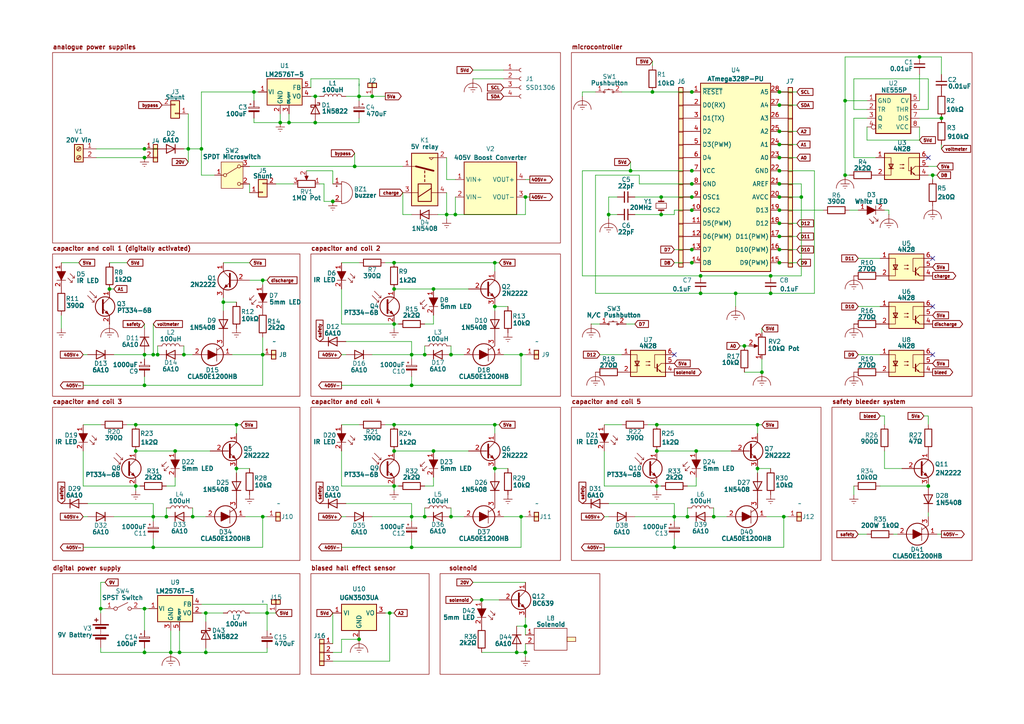
<source format=kicad_sch>
(kicad_sch (version 20231120) (generator "eeschema") (generator_version "8.0")
  (paper "A4")
  (title_block (title "electromagnetic marble machine") (date "2024-10-15") (rev "23") (company "james bray - 11EST1") (comment 3 "well, if it works it works. ¯\\_(ツ)_/¯") (comment 4 "this circuit probably goes against every rule of analogue electronics and safety but oh "))
  (junction (at 270.51 50.8))
  (junction (at 199.39 149.86))
  (junction (at 226.06 72.39))
  (junction (at 273.05 34.29))
  (junction (at 207.01 149.86))
  (junction (at 50.8 130.81))
  (junction (at 191.77 62.23))
  (junction (at 91.44 27.94))
  (junction (at 119.38 102.87))
  (junction (at 226.06 30.48))
  (junction (at 114.3 123.19))
  (junction (at 104.14 185.42))
  (junction (at 130.81 149.86))
  (junction (at 81.28 35.56))
  (junction (at 226.06 41.91))
  (junction (at 114.3 93.98))
  (junction (at 151.13 149.86))
  (junction (at 41.91 176.53))
  (junction (at 41.91 102.87))
  (junction (at 68.58 123.19))
  (junction (at 91.44 35.56))
  (junction (at 76.2 102.87))
  (junction (at 44.45 102.87))
  (junction (at 41.91 45.72))
  (junction (at 132.08 62.23))
  (junction (at 125.73 130.81))
  (junction (at 53.34 102.87))
  (junction (at 226.06 45.72))
  (junction (at 143.51 76.2))
  (junction (at 190.5 123.19))
  (junction (at 104.14 27.94))
  (junction (at 226.06 57.15))
  (junction (at 189.23 26.67))
  (junction (at 59.69 189.23))
  (junction (at 200.66 72.39))
  (junction (at 68.58 135.89))
  (junction (at 58.42 43.18))
  (junction (at 149.86 189.23))
  (junction (at 41.91 189.23))
  (junction (at 226.06 60.96))
  (junction (at 200.66 60.96))
  (junction (at 226.06 64.77))
  (junction (at 152.4 189.23))
  (junction (at 48.26 149.86))
  (junction (at 54.61 43.18))
  (junction (at 245.11 50.8))
  (junction (at 83.82 35.56))
  (junction (at 76.2 81.28))
  (junction (at 152.4 181.61))
  (junction (at 226.06 26.67))
  (junction (at 114.3 76.2))
  (junction (at 52.07 189.23))
  (junction (at 203.2 80.01))
  (junction (at 143.51 135.89))
  (junction (at 227.33 149.86))
  (junction (at 59.69 177.8))
  (junction (at 39.37 123.19))
  (junction (at 44.45 149.86))
  (junction (at 45.72 102.87))
  (junction (at 139.7 173.99))
  (junction (at 31.75 83.82))
  (junction (at 220.98 107.95))
  (junction (at 77.47 177.8))
  (junction (at 195.58 158.75))
  (junction (at 195.58 149.86))
  (junction (at 151.13 102.87))
  (junction (at 200.66 49.53))
  (junction (at 201.93 130.81))
  (junction (at 39.37 130.81))
  (junction (at 114.3 130.81))
  (junction (at 223.52 85.09))
  (junction (at 29.21 176.53))
  (junction (at 107.95 27.94))
  (junction (at 226.06 38.1))
  (junction (at 73.66 26.67))
  (junction (at 119.38 111.76))
  (junction (at 39.37 140.97))
  (junction (at 143.51 123.19))
  (junction (at 119.38 149.86))
  (junction (at 215.9 100.33))
  (junction (at 266.7 16.51))
  (junction (at 219.71 135.89))
  (junction (at 102.87 48.26))
  (junction (at 190.5 140.97))
  (junction (at 130.81 102.87))
  (junction (at 119.38 158.75))
  (junction (at 200.66 26.67))
  (junction (at 200.66 57.15))
  (junction (at 114.3 140.97))
  (junction (at 41.91 43.18))
  (junction (at 226.06 53.34))
  (junction (at 226.06 68.58))
  (junction (at 213.36 85.09))
  (junction (at 190.5 130.81))
  (junction (at 232.41 57.15))
  (junction (at 125.73 83.82))
  (junction (at 129.54 62.23))
  (junction (at 219.71 123.19))
  (junction (at 269.24 140.97))
  (junction (at 223.52 80.01))
  (junction (at 200.66 76.2))
  (junction (at 55.88 149.86))
  (junction (at 96.52 58.42))
  (junction (at 143.51 88.9))
  (junction (at 152.4 57.15))
  (junction (at 41.91 111.76))
  (junction (at 182.88 49.53))
  (junction (at 191.77 57.15))
  (junction (at 226.06 49.53))
  (junction (at 49.53 189.23))
  (junction (at 123.19 102.87))
  (junction (at 113.03 177.8))
  (junction (at 226.06 76.2))
  (junction (at 123.19 149.86))
  (junction (at 200.66 53.34))
  (junction (at 245.11 29.21))
  (junction (at 44.45 158.75))
  (junction (at 176.53 62.23))
  (junction (at 114.3 83.82))
  (junction (at 76.2 149.86))
  (junction (at 203.2 85.09))
  (junction (at 64.77 87.63))
  (no_connect (at 269.24 45.72))
  (no_connect (at 270.51 88.9))
  (no_connect (at 270.51 74.93))
  (no_connect (at 195.58 102.87))
  (no_connect (at 270.51 102.87))
  (wire (pts (xy 111.76 177.8) (xy 113.03 177.8)))
  (wire (pts (xy 24.13 111.76) (xy 41.91 111.76)))
  (wire (pts (xy 55.88 149.86) (xy 59.69 149.86)))
  (wire (pts (xy 25.4 146.05) (xy 44.45 146.05)))
  (wire (pts (xy 41.91 187.96) (xy 41.91 189.23)))
  (wire (pts (xy 111.76 76.2) (xy 114.3 76.2)))
  (wire (pts (xy 73.66 35.56) (xy 81.28 35.56)))
  (wire (pts (xy 29.21 187.96) (xy 29.21 189.23)))
  (wire (pts (xy 191.77 62.23) (xy 195.58 62.23)))
  (wire (pts (xy 29.21 177.8) (xy 29.21 176.53)))
  (wire (pts (xy 191.77 57.15) (xy 200.66 57.15)))
  (wire (pts (xy 247.65 143.51) (xy 247.65 140.97)))
  (wire (pts (xy 31.75 76.2) (xy 36.83 76.2)))
  (wire (pts (xy 219.71 123.19) (xy 219.71 125.73)))
  (wire (pts (xy 104.14 35.56) (xy 104.14 34.29)))
  (wire (pts (xy 195.58 149.86) (xy 195.58 151.13)))
  (wire (pts (xy 226.06 76.2) (xy 231.14 76.2)))
  (wire (pts (xy 76.2 97.79) (xy 76.2 102.87)))
  (wire (pts (xy 44.45 93.98) (xy 44.45 102.87)))
  (wire (pts (xy 226.06 30.48) (xy 231.14 30.48)))
  (wire (pts (xy 96.52 177.8) (xy 96.52 186.69)))
  (wire (pts (xy 273.05 41.91) (xy 273.05 43.18)))
  (wire (pts (xy 58.42 50.8) (xy 62.23 50.8)))
  (wire (pts (xy 143.51 88.9) (xy 147.32 88.9)))
  (wire (pts (xy 39.37 123.19) (xy 68.58 123.19)))
  (wire (pts (xy 180.34 26.67) (xy 189.23 26.67)))
  (wire (pts (xy 29.21 176.53) (xy 30.48 176.53)))
  (wire (pts (xy 214.63 100.33) (xy 215.9 100.33)))
  (wire (pts (xy 215.9 107.95) (xy 220.98 107.95)))
  (wire (pts (xy 152.4 190.5) (xy 152.4 189.23)))
  (wire (pts (xy 176.53 63.5) (xy 176.53 62.23)))
  (wire (pts (xy 58.42 26.67) (xy 73.66 26.67)))
  (wire (pts (xy 49.53 182.88) (xy 49.53 189.23)))
  (wire (pts (xy 90.17 22.86) (xy 90.17 25.4)))
  (wire (pts (xy 17.78 91.44) (xy 17.78 95.25)))
  (wire (pts (xy 72.39 76.2) (xy 64.77 76.2)))
  (wire (pts (xy 114.3 93.98) (xy 114.3 95.25)))
  (wire (pts (xy 115.57 93.98) (xy 114.3 93.98)))
  (wire (pts (xy 269.24 31.75) (xy 266.7 31.75)))
  (wire (pts (xy 54.61 33.02) (xy 54.61 43.18)))
  (wire (pts (xy 246.38 60.96) (xy 248.92 60.96)))
  (wire (pts (xy 168.91 49.53) (xy 182.88 49.53)))
  (wire (pts (xy 185.42 53.34) (xy 200.66 53.34)))
  (wire (pts (xy 152.4 179.07) (xy 152.4 181.61)))
  (wire (pts (xy 41.91 189.23) (xy 49.53 189.23)))
  (wire (pts (xy 93.98 53.34) (xy 93.98 58.42)))
  (wire (pts (xy 266.7 16.51) (xy 245.11 16.51)))
  (wire (pts (xy 40.64 176.53) (xy 41.91 176.53)))
  (wire (pts (xy 99.06 102.87) (xy 100.33 102.87)))
  (wire (pts (xy 114.3 123.19) (xy 143.51 123.19)))
  (wire (pts (xy 195.58 156.21) (xy 195.58 158.75)))
  (wire (pts (xy 125.73 93.98) (xy 125.73 91.44)))
  (wire (pts (xy 245.11 16.51) (xy 245.11 29.21)))
  (wire (pts (xy 220.98 107.95) (xy 220.98 104.14)))
  (wire (pts (xy 52.07 182.88) (xy 52.07 189.23)))
  (wire (pts (xy 44.45 156.21) (xy 44.45 158.75)))
  (wire (pts (xy 187.96 123.19) (xy 190.5 123.19)))
  (wire (pts (xy 104.14 27.94) (xy 107.95 27.94)))
  (wire (pts (xy 41.91 95.25) (xy 41.91 93.98)))
  (wire (pts (xy 33.02 102.87) (xy 41.91 102.87)))
  (wire (pts (xy 88.9 49.53) (xy 96.52 49.53)))
  (wire (pts (xy 119.38 146.05) (xy 119.38 149.86)))
  (wire (pts (xy 53.34 43.18) (xy 54.61 43.18)))
  (wire (pts (xy 76.2 81.28) (xy 72.39 81.28)))
  (wire (pts (xy 104.14 27.94) (xy 104.14 29.21)))
  (wire (pts (xy 59.69 189.23) (xy 77.47 189.23)))
  (wire (pts (xy 130.81 102.87) (xy 134.62 102.87)))
  (wire (pts (xy 245.11 50.8) (xy 246.38 50.8)))
  (wire (pts (xy 44.45 146.05) (xy 44.45 149.86)))
  (wire (pts (xy 99.06 111.76) (xy 119.38 111.76)))
  (wire (pts (xy 125.73 130.81) (xy 135.89 130.81)))
  (wire (pts (xy 99.06 189.23) (xy 99.06 185.42)))
  (wire (pts (xy 273.05 16.51) (xy 266.7 16.51)))
  (wire (pts (xy 127 62.23) (xy 129.54 62.23)))
  (wire (pts (xy 107.95 102.87) (xy 119.38 102.87)))
  (wire (pts (xy 256.54 60.96) (xy 257.81 60.96)))
  (wire (pts (xy 68.58 135.89) (xy 72.39 135.89)))
  (wire (pts (xy 191.77 140.97) (xy 190.5 140.97)))
  (wire (pts (xy 24.13 149.86) (xy 25.4 149.86)))
  (wire (pts (xy 143.51 123.19) (xy 143.51 125.73)))
  (wire (pts (xy 27.94 43.18) (xy 41.91 43.18)))
  (wire (pts (xy 76.2 102.87) (xy 76.2 111.76)))
  (wire (pts (xy 195.58 149.86) (xy 199.39 149.86)))
  (wire (pts (xy 100.33 99.06) (xy 119.38 99.06)))
  (wire (pts (xy 102.87 44.45) (xy 102.87 48.26)))
  (wire (pts (xy 104.14 27.94) (xy 104.14 22.86)))
  (wire (pts (xy 41.91 102.87) (xy 41.91 104.14)))
  (wire (pts (xy 247.65 34.29) (xy 247.65 45.72)))
  (wire (pts (xy 270.51 52.07) (xy 270.51 50.8)))
  (wire (pts (xy 102.87 48.26) (xy 116.84 48.26)))
  (wire (pts (xy 223.52 85.09) (xy 236.22 85.09)))
  (wire (pts (xy 137.16 168.91) (xy 152.4 168.91)))
  (wire (pts (xy 99.06 76.2) (xy 104.14 76.2)))
  (wire (pts (xy 93.98 58.42) (xy 96.52 58.42)))
  (wire (pts (xy 184.15 93.98) (xy 181.61 93.98)))
  (wire (pts (xy 207.01 149.86) (xy 210.82 149.86)))
  (wire (pts (xy 201.93 140.97) (xy 201.93 138.43)))
  (wire (pts (xy 114.3 140.97) (xy 114.3 142.24)))
  (wire (pts (xy 113.03 177.8) (xy 113.03 191.77)))
  (wire (pts (xy 68.58 123.19) (xy 68.58 125.73)))
  (wire (pts (xy 107.95 149.86) (xy 119.38 149.86)))
  (wire (pts (xy 72.39 177.8) (xy 77.47 177.8)))
  (wire (pts (xy 251.46 31.75) (xy 247.65 31.75)))
  (wire (pts (xy 119.38 156.21) (xy 119.38 158.75)))
  (wire (pts (xy 215.9 100.33) (xy 217.17 100.33)))
  (wire (pts (xy 219.71 135.89) (xy 219.71 137.16)))
  (wire (pts (xy 24.13 140.97) (xy 39.37 140.97)))
  (wire (pts (xy 144.78 76.2) (xy 143.51 76.2)))
  (wire (pts (xy 184.15 57.15) (xy 191.77 57.15)))
  (wire (pts (xy 73.66 26.67) (xy 73.66 29.21)))
  (wire (pts (xy 203.2 80.01) (xy 223.52 80.01)))
  (wire (pts (xy 64.77 86.36) (xy 64.77 87.63)))
  (wire (pts (xy 67.31 102.87) (xy 76.2 102.87)))
  (wire (pts (xy 226.06 45.72) (xy 231.14 45.72)))
  (wire (pts (xy 195.58 76.2) (xy 200.66 76.2)))
  (wire (pts (xy 248.92 74.93) (xy 255.27 74.93)))
  (wire (pts (xy 64.77 90.17) (xy 64.77 87.63)))
  (wire (pts (xy 168.91 80.01) (xy 203.2 80.01)))
  (wire (pts (xy 255.27 120.65) (xy 256.54 120.65)))
  (wire (pts (xy 36.83 123.19) (xy 39.37 123.19)))
  (wire (pts (xy 256.54 120.65) (xy 256.54 123.19)))
  (wire (pts (xy 270.51 50.8) (xy 271.78 50.8)))
  (wire (pts (xy 152.4 181.61) (xy 149.86 181.61)))
  (wire (pts (xy 64.77 87.63) (xy 68.58 87.63)))
  (wire (pts (xy 44.45 102.87) (xy 45.72 102.87)))
  (wire (pts (xy 247.65 31.75) (xy 247.65 22.86)))
  (wire (pts (xy 236.22 49.53) (xy 236.22 85.09)))
  (wire (pts (xy 130.81 100.33) (xy 130.81 102.87)))
  (wire (pts (xy 59.69 187.96) (xy 59.69 189.23)))
  (wire (pts (xy 58.42 50.8) (xy 58.42 43.18)))
  (wire (pts (xy 176.53 57.15) (xy 176.53 62.23)))
  (wire (pts (xy 125.73 140.97) (xy 125.73 138.43)))
  (wire (pts (xy 40.64 140.97) (xy 39.37 140.97)))
  (wire (pts (xy 220.98 123.19) (xy 219.71 123.19)))
  (wire (pts (xy 77.47 177.8) (xy 77.47 175.26)))
  (wire (pts (xy 184.15 62.23) (xy 191.77 62.23)))
  (wire (pts (xy 182.88 46.99) (xy 182.88 49.53)))
  (wire (pts (xy 29.21 189.23) (xy 41.91 189.23)))
  (wire (pts (xy 151.13 102.87) (xy 152.4 102.87)))
  (wire (pts (xy 271.78 154.94) (xy 273.05 154.94)))
  (wire (pts (xy 83.82 35.56) (xy 91.44 35.56)))
  (wire (pts (xy 99.06 123.19) (xy 104.14 123.19)))
  (wire (pts (xy 251.46 40.64) (xy 251.46 36.83)))
  (wire (pts (xy 80.01 53.34) (xy 85.09 53.34)))
  (wire (pts (xy 269.24 120.65) (xy 269.24 123.19)))
  (wire (pts (xy 176.53 62.23) (xy 179.07 62.23)))
  (wire (pts (xy 176.53 146.05) (xy 195.58 146.05)))
  (wire (pts (xy 226.06 64.77) (xy 231.14 64.77)))
  (wire (pts (xy 190.5 140.97) (xy 190.5 142.24)))
  (wire (pts (xy 137.16 20.32) (xy 146.05 20.32)))
  (wire (pts (xy 226.06 68.58) (xy 231.14 68.58)))
  (wire (pts (xy 77.47 177.8) (xy 77.47 182.88)))
  (wire (pts (xy 129.54 62.23) (xy 129.54 63.5)))
  (wire (pts (xy 96.52 49.53) (xy 96.52 53.34)))
  (wire (pts (xy 96.52 189.23) (xy 99.06 189.23)))
  (wire (pts (xy 132.08 57.15) (xy 132.08 62.23)))
  (wire (pts (xy 77.47 175.26) (xy 58.42 175.26)))
  (wire (pts (xy 76.2 81.28) (xy 77.47 81.28)))
  (wire (pts (xy 119.38 102.87) (xy 123.19 102.87)))
  (wire (pts (xy 199.39 147.32) (xy 199.39 149.86)))
  (wire (pts (xy 259.08 154.94) (xy 260.35 154.94)))
  (wire (pts (xy 248.92 88.9) (xy 255.27 88.9)))
  (wire (pts (xy 143.51 135.89) (xy 143.51 137.16)))
  (wire (pts (xy 71.12 149.86) (xy 76.2 149.86)))
  (wire (pts (xy 33.02 149.86) (xy 44.45 149.86)))
  (wire (pts (xy 91.44 27.94) (xy 92.71 27.94)))
  (wire (pts (xy 41.91 43.18) (xy 45.72 43.18)))
  (wire (pts (xy 175.26 158.75) (xy 195.58 158.75)))
  (wire (pts (xy 152.4 184.15) (xy 152.4 181.61)))
  (wire (pts (xy 171.45 93.98) (xy 173.99 93.98)))
  (wire (pts (xy 91.44 35.56) (xy 104.14 35.56)))
  (wire (pts (xy 129.54 62.23) (xy 132.08 62.23)))
  (wire (pts (xy 226.06 38.1) (xy 231.14 38.1)))
  (wire (pts (xy 41.91 111.76) (xy 76.2 111.76)))
  (wire (pts (xy 99.06 130.81) (xy 99.06 140.97)))
  (wire (pts (xy 41.91 176.53) (xy 41.91 182.88)))
  (wire (pts (xy 226.06 53.34) (xy 232.41 53.34)))
  (wire (pts (xy 248.92 102.87) (xy 255.27 102.87)))
  (wire (pts (xy 175.26 149.86) (xy 176.53 149.86)))
  (wire (pts (xy 99.06 158.75) (xy 119.38 158.75)))
  (wire (pts (xy 270.51 50.8) (xy 269.24 50.8)))
  (wire (pts (xy 83.82 33.02) (xy 83.82 35.56)))
  (wire (pts (xy 44.45 149.86) (xy 44.45 151.13)))
  (wire (pts (xy 123.19 100.33) (xy 123.19 102.87)))
  (wire (pts (xy 116.84 62.23) (xy 116.84 55.88)))
  (wire (pts (xy 266.7 34.29) (xy 273.05 34.29)))
  (wire (pts (xy 152.4 52.07) (xy 153.67 52.07)))
  (wire (pts (xy 119.38 111.76) (xy 151.13 111.76)))
  (wire (pts (xy 76.2 149.86) (xy 77.47 149.86)))
  (wire (pts (xy 195.58 62.23) (xy 195.58 60.96)))
  (wire (pts (xy 213.36 85.09) (xy 223.52 85.09)))
  (wire (pts (xy 245.11 29.21) (xy 245.11 50.8)))
  (wire (pts (xy 151.13 149.86) (xy 151.13 158.75)))
  (wire (pts (xy 222.25 149.86) (xy 227.33 149.86)))
  (wire (pts (xy 119.38 99.06) (xy 119.38 102.87)))
  (wire (pts (xy 54.61 43.18) (xy 54.61 46.99)))
  (wire (pts (xy 52.07 189.23) (xy 59.69 189.23)))
  (wire (pts (xy 129.54 45.72) (xy 129.54 52.07)))
  (wire (pts (xy 100.33 27.94) (xy 104.14 27.94)))
  (wire (pts (xy 24.13 158.75) (xy 44.45 158.75)))
  (wire (pts (xy 175.26 123.19) (xy 180.34 123.19)))
  (wire (pts (xy 119.38 149.86) (xy 123.19 149.86)))
  (wire (pts (xy 269.24 48.26) (xy 271.78 48.26)))
  (wire (pts (xy 53.34 102.87) (xy 55.88 102.87)))
  (wire (pts (xy 226.06 57.15) (xy 232.41 57.15)))
  (wire (pts (xy 41.91 176.53) (xy 43.18 176.53)))
  (wire (pts (xy 220.98 95.25) (xy 220.98 96.52)))
  (wire (pts (xy 189.23 26.67) (xy 200.66 26.67)))
  (wire (pts (xy 269.24 120.65) (xy 267.97 120.65)))
  (wire (pts (xy 93.98 53.34) (xy 92.71 53.34)))
  (wire (pts (xy 39.37 130.81) (xy 50.8 130.81)))
  (wire (pts (xy 115.57 140.97) (xy 114.3 140.97)))
  (wire (pts (xy 59.69 177.8) (xy 59.69 180.34)))
  (wire (pts (xy 76.2 149.86) (xy 76.2 158.75)))
  (wire (pts (xy 201.93 130.81) (xy 212.09 130.81)))
  (wire (pts (xy 44.45 149.86) (xy 48.26 149.86)))
  (wire (pts (xy 119.38 149.86) (xy 119.38 151.13)))
  (wire (pts (xy 39.37 140.97) (xy 39.37 142.24)))
  (wire (pts (xy 256.54 130.81) (xy 256.54 135.89)))
  (wire (pts (xy 81.28 33.02) (xy 81.28 35.56)))
  (wire (pts (xy 45.72 100.33) (xy 45.72 102.87)))
  (wire (pts (xy 44.45 158.75) (xy 76.2 158.75)))
  (wire (pts (xy 119.38 102.87) (xy 119.38 104.14)))
  (wire (pts (xy 125.73 83.82) (xy 135.89 83.82)))
  (wire (pts (xy 189.23 17.78) (xy 189.23 19.05)))
  (wire (pts (xy 81.28 35.56) (xy 83.82 35.56)))
  (wire (pts (xy 199.39 140.97) (xy 201.93 140.97)))
  (wire (pts (xy 77.47 189.23) (xy 77.47 187.96)))
  (wire (pts (xy 190.5 123.19) (xy 219.71 123.19)))
  (wire (pts (xy 129.54 52.07) (xy 132.08 52.07)))
  (wire (pts (xy 232.41 57.15) (xy 232.41 53.34)))
  (wire (pts (xy 119.38 109.22) (xy 119.38 111.76)))
  (wire (pts (xy 168.91 26.67) (xy 172.72 26.67)))
  (wire (pts (xy 175.26 140.97) (xy 190.5 140.97)))
  (wire (pts (xy 24.13 123.19) (xy 29.21 123.19)))
  (wire (pts (xy 227.33 149.86) (xy 227.33 158.75)))
  (wire (pts (xy 223.52 80.01) (xy 232.41 80.01)))
  (wire (pts (xy 266.7 21.59) (xy 266.7 29.21)))
  (wire (pts (xy 29.21 168.91) (xy 30.48 168.91)))
  (wire (pts (xy 226.06 72.39) (xy 231.14 72.39)))
  (wire (pts (xy 195.58 72.39) (xy 200.66 72.39)))
  (wire (pts (xy 226.06 26.67) (xy 231.14 26.67)))
  (wire (pts (xy 99.06 185.42) (xy 104.14 185.42)))
  (wire (pts (xy 175.26 130.81) (xy 175.26 140.97)))
  (wire (pts (xy 256.54 135.89) (xy 261.62 135.89)))
  (wire (pts (xy 72.39 48.26) (xy 102.87 48.26)))
  (wire (pts (xy 68.58 135.89) (xy 68.58 137.16)))
  (wire (pts (xy 213.36 85.09) (xy 213.36 88.9)))
  (wire (pts (xy 184.15 149.86) (xy 195.58 149.86)))
  (wire (pts (xy 50.8 130.81) (xy 60.96 130.81)))
  (wire (pts (xy 139.7 189.23) (xy 149.86 189.23)))
  (wire (pts (xy 111.76 27.94) (xy 107.95 27.94)))
  (wire (pts (xy 219.71 135.89) (xy 223.52 135.89)))
  (wire (pts (xy 41.91 109.22) (xy 41.91 111.76)))
  (wire (pts (xy 143.51 135.89) (xy 147.32 135.89)))
  (wire (pts (xy 54.61 43.18) (xy 58.42 43.18)))
  (wire (pts (xy 139.7 173.99) (xy 144.78 173.99)))
  (wire (pts (xy 173.99 102.87) (xy 180.34 102.87)))
  (wire (pts (xy 73.66 26.67) (xy 74.93 26.67)))
  (wire (pts (xy 111.76 123.19) (xy 114.3 123.19)))
  (wire (pts (xy 113.03 177.8) (xy 114.3 177.8)))
  (wire (pts (xy 269.24 22.86) (xy 269.24 31.75)))
  (wire (pts (xy 182.88 49.53) (xy 200.66 49.53)))
  (wire (pts (xy 146.05 102.87) (xy 151.13 102.87)))
  (wire (pts (xy 73.66 34.29) (xy 73.66 35.56)))
  (wire (pts (xy 119.38 62.23) (xy 116.84 62.23)))
  (wire (pts (xy 236.22 49.53) (xy 226.06 49.53)))
  (wire (pts (xy 247.65 22.86) (xy 269.24 22.86)))
  (wire (pts (xy 238.76 60.96) (xy 226.06 60.96)))
  (wire (pts (xy 99.06 149.86) (xy 100.33 149.86)))
  (wire (pts (xy 143.51 76.2) (xy 143.51 78.74)))
  (wire (pts (xy 58.42 177.8) (xy 59.69 177.8)))
  (wire (pts (xy 146.05 149.86) (xy 151.13 149.86)))
  (wire (pts (xy 152.4 189.23) (xy 149.86 189.23)))
  (wire (pts (xy 152.4 186.69) (xy 152.4 189.23)))
  (wire (pts (xy 176.53 57.15) (xy 179.07 57.15)))
  (wire (pts (xy 114.3 76.2) (xy 143.51 76.2)))
  (wire (pts (xy 195.58 158.75) (xy 227.33 158.75)))
  (wire (pts (xy 152.4 57.15) (xy 153.67 57.15)))
  (wire (pts (xy 90.17 27.94) (xy 91.44 27.94)))
  (wire (pts (xy 77.47 177.8) (xy 80.01 177.8)))
  (wire (pts (xy 100.33 146.05) (xy 119.38 146.05)))
  (wire (pts (xy 203.2 85.09) (xy 213.36 85.09)))
  (wire (pts (xy 172.72 85.09) (xy 203.2 85.09)))
  (wire (pts (xy 151.13 102.87) (xy 151.13 111.76)))
  (wire (pts (xy 226.06 41.91) (xy 231.14 41.91)))
  (wire (pts (xy 273.05 16.51) (xy 273.05 21.59)))
  (wire (pts (xy 119.38 158.75) (xy 151.13 158.75)))
  (wire (pts (xy 248.92 154.94) (xy 251.46 154.94)))
  (wire (pts (xy 227.33 149.86) (xy 228.6 149.86)))
  (wire (pts (xy 266.7 40.64) (xy 266.7 36.83)))
  (wire (pts (xy 58.42 26.67) (xy 58.42 43.18)))
  (wire (pts (xy 24.13 130.81) (xy 24.13 140.97)))
  (wire (pts (xy 143.51 88.9) (xy 143.51 90.17)))
  (wire (pts (xy 114.3 130.81) (xy 125.73 130.81)))
  (wire (pts (xy 99.06 93.98) (xy 114.3 93.98)))
  (wire (pts (xy 96.52 191.77) (xy 113.03 191.77)))
  (wire (pts (xy 48.26 147.32) (xy 48.26 149.86)))
  (wire (pts (xy 151.13 149.86) (xy 152.4 149.86)))
  (wire (pts (xy 257.81 60.96) (xy 257.81 62.23)))
  (wire (pts (xy 168.91 26.67) (xy 168.91 27.94)))
  (wire (pts (xy 172.72 50.8) (xy 172.72 85.09)))
  (wire (pts (xy 266.7 40.64) (xy 251.46 40.64)))
  (wire (pts (xy 269.24 148.59) (xy 269.24 149.86)))
  (wire (pts (xy 251.46 34.29) (xy 247.65 34.29)))
  (wire (pts (xy 99.06 83.82) (xy 99.06 93.98)))
  (wire (pts (xy 72.39 55.88) (xy 72.39 53.34)))
  (wire (pts (xy 232.41 57.15) (xy 232.41 80.01)))
  (wire (pts (xy 55.88 147.32) (xy 55.88 149.86)))
  (wire (pts (xy 195.58 60.96) (xy 200.66 60.96)))
  (wire (pts (xy 114.3 83.82) (xy 125.73 83.82)))
  (wire (pts (xy 99.06 140.97) (xy 114.3 140.97)))
  (wire (pts (xy 69.85 123.19) (xy 68.58 123.19)))
  (wire (pts (xy 130.81 147.32) (xy 130.81 149.86)))
  (wire (pts (xy 123.19 147.32) (xy 123.19 149.86)))
  (wire (pts (xy 129.54 55.88) (xy 129.54 62.23)))
  (wire (pts (xy 190.5 130.81) (xy 201.93 130.81)))
  (wire (pts (xy 144.78 123.19) (xy 143.51 123.19)))
  (wire (pts (xy 132.08 62.23) (xy 152.4 62.23)))
  (wire (pts (xy 123.19 140.97) (xy 125.73 140.97)))
  (wire (pts (xy 27.94 45.72) (xy 41.91 45.72)))
  (wire (pts (xy 152.4 62.23) (xy 152.4 57.15)))
  (wire (pts (xy 104.14 22.86) (xy 90.17 22.86)))
  (wire (pts (xy 41.91 102.87) (xy 44.45 102.87)))
  (wire (pts (xy 195.58 146.05) (xy 195.58 149.86)))
  (wire (pts (xy 31.75 83.82) (xy 33.02 83.82)))
  (wire (pts (xy 207.01 147.32) (xy 207.01 149.86)))
  (wire (pts (xy 17.78 76.2) (xy 22.86 76.2)))
  (wire (pts (xy 255.27 140.97) (xy 269.24 140.97)))
  (wire (pts (xy 137.16 22.86) (xy 146.05 22.86)))
  (wire (pts (xy 247.65 45.72) (xy 254 45.72)))
  (wire (pts (xy 185.42 50.8) (xy 172.72 50.8)))
  (wire (pts (xy 185.42 53.34) (xy 185.42 50.8)))
  (wire (pts (xy 53.34 100.33) (xy 53.34 102.87)))
  (wire (pts (xy 123.19 93.98) (xy 125.73 93.98)))
  (wire (pts (xy 130.81 149.86) (xy 134.62 149.86)))
  (wire (pts (xy 168.91 49.53) (xy 168.91 80.01)))
  (wire (pts (xy 137.16 173.99) (xy 139.7 173.99)))
  (wire (pts (xy 24.13 102.87) (xy 25.4 102.87)))
  (wire (pts (xy 50.8 140.97) (xy 50.8 138.43)))
  (wire (pts (xy 245.11 29.21) (xy 251.46 29.21)))
  (wire (pts (xy 29.21 176.53) (xy 29.21 168.91)))
  (wire (pts (xy 59.69 177.8) (xy 64.77 177.8)))
  (wire (pts (xy 48.26 140.97) (xy 50.8 140.97)))
  (wire (pts (xy 76.2 82.55) (xy 76.2 81.28)))
  (wire (pts (xy 49.53 189.23) (xy 52.07 189.23)))
  (rectangle (start 15.24 118.11) (end 86.995 162.56) (stroke (width 0) (color 132 0 0 1)))
  (rectangle (start 15.24 15.24) (end 162.56 70.485) (stroke (width 0) (color 132 0 0 1)))
  (rectangle (start 90.17 118.11) (end 162.56 162.56) (stroke (width 0) (color 132 0 0 1)))
  (rectangle (start 15.24 73.66) (end 86.995 114.935) (stroke (width 0) (color 132 0 0 1)))
  (rectangle (start 90.17 73.66) (end 162.56 114.935) (stroke (width 0) (color 132 0 0 1)))
  (rectangle (start 127.635 166.37) (end 173.99 195.58) (stroke (width 0) (color 132 0 0 1)))
  (rectangle (start 90.17 166.37) (end 124.46 195.58) (stroke (width 0) (color 132 0 0 1)))
  (rectangle (start 15.24 166.37) (end 86.995 195.58) (stroke (width 0) (color 132 0 0 1)))
  (rectangle (start 165.735 118.11) (end 238.125 162.56) (stroke (width 0) (color 132 0 0 1)))
  (rectangle (start 241.3 118.11) (end 281.94 162.56) (stroke (width 0) (color 132 0 0 1)))
  (rectangle (start 165.735 15.24) (end 281.94 114.935) (stroke (width 0) (color 132 0 0 1)))
  (text "capacitor and coil 4" (at 90.17 117.475 0) (effects (font (size 1.27 1.27) (bold yes)) (justify left bottom)))
  (text "solenoid" (at 130.175 165.735 0) (effects (font (size 1.27 1.27) (bold yes)) (justify left bottom)))
  (text "safety bleeder system" (at 241.3 117.475 0) (effects (font (size 1.27 1.27) (bold yes)) (justify left bottom)))
  (text "analogue power supplies" (at 15.24 14.605 0) (effects (font (size 1.27 1.27) (bold yes)) (justify left bottom)))
  (text "capacitor and coil 3" (at 15.24 117.475 0) (effects (font (size 1.27 1.27) (bold yes)) (justify left bottom)))
  (text "capacitor and coil 2" (at 90.17 73.025 0) (effects (font (size 1.27 1.27) (bold yes)) (justify left bottom)))
  (text "digital power supply" (at 15.24 165.735 0) (effects (font (size 1.27 1.27) (bold yes)) (justify left bottom)))
  (text "biased hall effect sensor" (at 90.17 165.735 0) (effects (font (size 1.27 1.27) (bold yes)) (justify left bottom)))
  (text "microcontroller" (at 165.735 14.605 0) (effects (font (size 1.27 1.27) (bold yes)) (justify left bottom)))
  (text "capacitor and coil 5" (at 165.735 117.475 0) (effects (font (size 1.27 1.27) (bold yes)) (justify left bottom)))
  (text "capacitor and coil 1 (digitally activated)" (at 15.24 73.025 0) (effects (font (size 1.27 1.27) (bold yes)) (justify left bottom)))
  (global_label "D8" (shape input) (at 195.58 76.2 180) (effects (font (size 0.9 0.9) (thickness 0.254) (bold yes))) (property "Intersheetrefs" "${INTERSHEET_REFS}" (effects (hide yes))))
  (global_label "405V-" (shape output) (at 24.13 158.75 180) (effects (font (size 0.9 0.9) (thickness 0.254) (bold yes))) (property "Intersheetrefs" "${INTERSHEET_REFS}" (effects (hide yes))))
  (global_label "405V-" (shape output) (at 24.13 111.76 180) (effects (font (size 0.9 0.9) (thickness 0.254) (bold yes))) (property "Intersheetrefs" "${INTERSHEET_REFS}" (effects (hide yes))))
  (global_label "D11" (shape input) (at 248.92 74.93 180) (effects (font (size 0.9 0.9) (thickness 0.254) (bold yes))) (property "Intersheetrefs" "${INTERSHEET_REFS}" (effects (hide yes))))
  (global_label "5Va" (shape input) (at 220.98 123.19 0) (effects (font (size 0.9 0.9) (thickness 0.254) (bold yes))) (property "Intersheetrefs" "${INTERSHEET_REFS}" (effects (hide yes))))
  (global_label "charge" (shape input) (at 116.84 55.88 180) (effects (font (size 0.9 0.9) (thickness 0.254) (bold yes))) (property "Intersheetrefs" "${INTERSHEET_REFS}" (effects (hide yes))))
  (global_label "D7" (shape input) (at 195.58 72.39 180) (effects (font (size 0.9 0.9) (thickness 0.254) (bold yes))) (property "Intersheetrefs" "${INTERSHEET_REFS}" (effects (hide yes))))
  (global_label "5Va" (shape input) (at 270.51 91.44 0) (effects (font (size 0.9 0.9) (thickness 0.254) (bold yes))) (property "Intersheetrefs" "${INTERSHEET_REFS}" (effects (hide yes))))
  (global_label "405V+" (shape input) (at 99.06 149.86 180) (effects (font (size 0.9 0.9) (thickness 0.254) (bold yes))) (property "Intersheetrefs" "${INTERSHEET_REFS}" (effects (hide yes))))
  (global_label "A1" (shape input) (at 231.14 41.91 0) (effects (font (size 0.9 0.9) (thickness 0.254) (bold yes))) (property "Intersheetrefs" "${INTERSHEET_REFS}" (effects (hide yes))))
  (global_label "405V-" (shape output) (at 175.26 158.75 180) (effects (font (size 0.9 0.9) (thickness 0.254) (bold yes))) (property "Intersheetrefs" "${INTERSHEET_REFS}" (effects (hide yes))))
  (global_label "discharge" (shape output) (at 270.51 93.98 0) (effects (font (size 0.9 0.9) (thickness 0.254) (bold yes))) (property "Intersheetrefs" "${INTERSHEET_REFS}" (effects (hide yes))))
  (global_label "safety" (shape input) (at 17.78 146.05 90) (effects (font (size 0.9 0.9) (thickness 0.254) (bold yes))) (property "Intersheetrefs" "${INTERSHEET_REFS}" (effects (hide yes))))
  (global_label "D7" (shape input) (at 184.15 93.98 0) (effects (font (size 0.9 0.9) (thickness 0.254) (bold yes))) (property "Intersheetrefs" "${INTERSHEET_REFS}" (effects (hide yes))))
  (global_label "5Vd" (shape input) (at 80.01 177.8 0) (effects (font (size 0.9 0.9) (thickness 0.254) (bold yes))) (property "Intersheetrefs" "${INTERSHEET_REFS}" (effects (hide yes))))
  (global_label "safety" (shape input) (at 41.91 93.98 180) (effects (font (size 0.9 0.9) (thickness 0.254) (bold yes))) (property "Intersheetrefs" "${INTERSHEET_REFS}" (effects (hide yes))))
  (global_label "A2" (shape input) (at 231.14 38.1 0) (effects (font (size 0.9 0.9) (thickness 0.254) (bold yes))) (property "Intersheetrefs" "${INTERSHEET_REFS}" (effects (hide yes))))
  (global_label "405V+" (shape output) (at 153.67 52.07 0) (effects (font (size 0.9 0.9) (thickness 0.254) (bold yes))) (property "Intersheetrefs" "${INTERSHEET_REFS}" (effects (hide yes))))
  (global_label "voltmeter" (shape input) (at 44.45 93.98 0) (effects (font (size 0.9 0.9) (thickness 0.254) (bold yes))) (property "Intersheetrefs" "${INTERSHEET_REFS}" (effects (hide yes))))
  (global_label "safety" (shape input) (at 248.92 154.94 180) (effects (font (size 0.9 0.9) (thickness 0.254) (bold yes))) (property "Intersheetrefs" "${INTERSHEET_REFS}" (effects (hide yes))))
  (global_label "5Vd" (shape input) (at 266.7 40.64 0) (effects (font (size 0.9 0.9) (thickness 0.254) (bold yes))) (property "Intersheetrefs" "${INTERSHEET_REFS}" (effects (hide yes))))
  (global_label "5Va" (shape input) (at 72.39 76.2 0) (effects (font (size 0.9 0.9) (thickness 0.254) (bold yes))) (property "Intersheetrefs" "${INTERSHEET_REFS}" (effects (hide yes))))
  (global_label "D11" (shape input) (at 231.14 68.58 0) (effects (font (size 0.9 0.9) (thickness 0.254) (bold yes))) (property "Intersheetrefs" "${INTERSHEET_REFS}" (effects (hide yes))))
  (global_label "5Va" (shape input) (at 271.78 48.26 0) (effects (font (size 0.9 0.9) (thickness 0.254) (bold yes))) (property "Intersheetrefs" "${INTERSHEET_REFS}" (effects (hide yes))))
  (global_label "solenoid" (shape output) (at 195.58 107.95 0) (effects (font (size 0.9 0.9) (thickness 0.254) (bold yes))) (property "Intersheetrefs" "${INTERSHEET_REFS}" (effects (hide yes))))
  (global_label "D10" (shape input) (at 231.14 72.39 0) (effects (font (size 0.9 0.9) (thickness 0.254) (bold yes))) (property "Intersheetrefs" "${INTERSHEET_REFS}" (effects (hide yes))))
  (global_label "voltmeter" (shape input) (at 273.05 43.18 0) (effects (font (size 0.9 0.9) (thickness 0.254) (bold yes))) (property "Intersheetrefs" "${INTERSHEET_REFS}" (effects (hide yes))))
  (global_label "5Va" (shape output) (at 111.76 27.94 0) (effects (font (size 0.9 0.9) (thickness 0.254) (bold yes))) (property "Intersheetrefs" "${INTERSHEET_REFS}" (effects (hide yes))))
  (global_label "9V" (shape input) (at 30.48 168.91 0) (effects (font (size 0.9 0.9) (thickness 0.254) (bold yes))) (property "Intersheetrefs" "${INTERSHEET_REFS}" (effects (hide yes))))
  (global_label "safety" (shape input) (at 168.91 146.05 90) (effects (font (size 0.9 0.9) (thickness 0.254) (bold yes))) (property "Intersheetrefs" "${INTERSHEET_REFS}" (effects (hide yes))))
  (global_label "D9" (shape input) (at 231.14 76.2 0) (effects (font (size 0.9 0.9) (thickness 0.254) (bold yes))) (property "Intersheetrefs" "${INTERSHEET_REFS}" (effects (hide yes))))
  (global_label "5Vd" (shape input) (at 36.83 76.2 0) (effects (font (size 0.9 0.9) (thickness 0.254) (bold yes))) (property "Intersheetrefs" "${INTERSHEET_REFS}" (effects (hide yes))))
  (global_label "SCL" (shape input) (at 146.05 25.4 180) (effects (font (size 0.9 0.9) (thickness 0.254) (bold yes))) (property "Intersheetrefs" "${INTERSHEET_REFS}" (effects (hide yes))))
  (global_label "D10" (shape input) (at 248.92 88.9 180) (effects (font (size 0.9 0.9) (thickness 0.254) (bold yes))) (property "Intersheetrefs" "${INTERSHEET_REFS}" (effects (hide yes))))
  (global_label "D8" (shape input) (at 271.78 50.8 0) (effects (font (size 0.9 0.9) (thickness 0.254) (bold yes))) (property "Intersheetrefs" "${INTERSHEET_REFS}" (effects (hide yes))))
  (global_label "SDA" (shape input) (at 231.14 30.48 0) (effects (font (size 0.9 0.9) (thickness 0.254) (bold yes))) (property "Intersheetrefs" "${INTERSHEET_REFS}" (effects (hide yes))))
  (global_label "D9" (shape input) (at 248.92 102.87 180) (effects (font (size 0.9 0.9) (thickness 0.254) (bold yes))) (property "Intersheetrefs" "${INTERSHEET_REFS}" (effects (hide yes))))
  (global_label "A0" (shape input) (at 214.63 100.33 180) (effects (font (size 0.9 0.9) (thickness 0.254) (bold yes))) (property "Intersheetrefs" "${INTERSHEET_REFS}" (effects (hide yes))))
  (global_label "SDA" (shape input) (at 146.05 27.94 180) (effects (font (size 0.9 0.9) (thickness 0.254) (bold yes))) (property "Intersheetrefs" "${INTERSHEET_REFS}" (effects (hide yes))))
  (global_label "discharge" (shape input) (at 77.47 81.28 0) (effects (font (size 0.9 0.9) (thickness 0.254) (bold yes))) (property "Intersheetrefs" "${INTERSHEET_REFS}" (effects (hide yes))))
  (global_label "D12" (shape input) (at 173.99 102.87 180) (effects (font (size 0.9 0.9) (thickness 0.254) (bold yes))) (property "Intersheetrefs" "${INTERSHEET_REFS}" (effects (hide yes))))
  (global_label "5Va" (shape input) (at 195.58 105.41 0) (effects (font (size 0.9 0.9) (thickness 0.254) (bold yes))) (property "Intersheetrefs" "${INTERSHEET_REFS}" (effects (hide yes))))
  (global_label "solenoid" (shape input) (at 137.16 173.99 180) (effects (font (size 0.9 0.9) (thickness 0.254) (bold yes))) (property "Intersheetrefs" "${INTERSHEET_REFS}" (effects (hide yes))))
  (global_label "5Vd" (shape input) (at 189.23 17.78 180) (effects (font (size 0.9 0.9) (thickness 0.254) (bold yes))) (property "Intersheetrefs" "${INTERSHEET_REFS}" (effects (hide yes))))
  (global_label "A2" (shape input) (at 114.3 177.8 0) (effects (font (size 0.9 0.9) (thickness 0.254) (bold yes))) (property "Intersheetrefs" "${INTERSHEET_REFS}" (effects (hide yes))))
  (global_label "5Va" (shape input) (at 267.97 120.65 180) (effects (font (size 0.9 0.9) (thickness 0.254) (bold yes))) (property "Intersheetrefs" "${INTERSHEET_REFS}" (effects (hide yes))))
  (global_label "SCL" (shape input) (at 231.14 26.67 0) (effects (font (size 0.9 0.9) (thickness 0.254) (bold yes))) (property "Intersheetrefs" "${INTERSHEET_REFS}" (effects (hide yes))))
  (global_label "bypass" (shape input) (at 102.87 44.45 180) (effects (font (size 0.9 0.9) (thickness 0.254) (bold yes))) (property "Intersheetrefs" "${INTERSHEET_REFS}" (effects (hide yes))))
  (global_label "405V+" (shape input) (at 24.13 149.86 180) (effects (font (size 0.9 0.9) (thickness 0.254) (bold yes))) (property "Intersheetrefs" "${INTERSHEET_REFS}" (effects (hide yes))))
  (global_label "A1" (shape input) (at 33.02 83.82 0) (effects (font (size 0.9 0.9) (thickness 0.254) (bold yes))) (property "Intersheetrefs" "${INTERSHEET_REFS}" (effects (hide yes))))
  (global_label "405V-" (shape output) (at 273.05 154.94 0) (effects (font (size 0.9 0.9) (thickness 0.254) (bold yes))) (property "Intersheetrefs" "${INTERSHEET_REFS}" (effects (hide yes))))
  (global_label "safety" (shape input) (at 92.71 99.06 90) (effects (font (size 0.9 0.9) (thickness 0.254) (bold yes))) (property "Intersheetrefs" "${INTERSHEET_REFS}" (effects (hide yes))))
  (global_label "5Va" (shape input) (at 144.78 123.19 0) (effects (font (size 0.9 0.9) (thickness 0.254) (bold yes))) (property "Intersheetrefs" "${INTERSHEET_REFS}" (effects (hide yes))))
  (global_label "5Vd" (shape input) (at 220.98 95.25 0) (effects (font (size 0.9 0.9) (thickness 0.254) (bold yes))) (property "Intersheetrefs" "${INTERSHEET_REFS}" (effects (hide yes))))
  (global_label "5Va" (shape input) (at 144.78 76.2 0) (effects (font (size 0.9 0.9) (thickness 0.254) (bold yes))) (property "Intersheetrefs" "${INTERSHEET_REFS}" (effects (hide yes))))
  (global_label "405V+" (shape input) (at 175.26 149.86 180) (effects (font (size 0.9 0.9) (thickness 0.254) (bold yes))) (property "Intersheetrefs" "${INTERSHEET_REFS}" (effects (hide yes))))
  (global_label "405V-" (shape output) (at 99.06 158.75 180) (effects (font (size 0.9 0.9) (thickness 0.254) (bold yes))) (property "Intersheetrefs" "${INTERSHEET_REFS}" (effects (hide yes))))
  (global_label "bleed" (shape output) (at 270.51 107.95 0) (effects (font (size 0.9 0.9) (thickness 0.254) (bold yes))) (property "Intersheetrefs" "${INTERSHEET_REFS}" (effects (hide yes))))
  (global_label "5Vd" (shape input) (at 182.88 46.99 180) (effects (font (size 0.9 0.9) (thickness 0.254) (bold yes))) (property "Intersheetrefs" "${INTERSHEET_REFS}" (effects (hide yes))))
  (global_label "405V+" (shape input) (at 24.13 102.87 180) (effects (font (size 0.9 0.9) (thickness 0.254) (bold yes))) (property "Intersheetrefs" "${INTERSHEET_REFS}" (effects (hide yes))))
  (global_label "D12" (shape input) (at 231.14 64.77 0) (effects (font (size 0.9 0.9) (thickness 0.254) (bold yes))) (property "Intersheetrefs" "${INTERSHEET_REFS}" (effects (hide yes))))
  (global_label "5Vd" (shape input) (at 96.52 177.8 180) (effects (font (size 0.9 0.9) (thickness 0.254) (bold yes))) (property "Intersheetrefs" "${INTERSHEET_REFS}" (effects (hide yes))))
  (global_label "charge" (shape output) (at 270.51 80.01 0) (effects (font (size 0.9 0.9) (thickness 0.254) (bold yes))) (property "Intersheetrefs" "${INTERSHEET_REFS}" (effects (hide yes))))
  (global_label "5Va" (shape input) (at 22.86 76.2 0) (effects (font (size 0.9 0.9) (thickness 0.254) (bold yes))) (property "Intersheetrefs" "${INTERSHEET_REFS}" (effects (hide yes))))
  (global_label "5Va" (shape input) (at 270.51 105.41 0) (effects (font (size 0.9 0.9) (thickness 0.254) (bold yes))) (property "Intersheetrefs" "${INTERSHEET_REFS}" (effects (hide yes))))
  (global_label "5Va" (shape input) (at 69.85 123.19 0) (effects (font (size 0.9 0.9) (thickness 0.254) (bold yes))) (property "Intersheetrefs" "${INTERSHEET_REFS}" (effects (hide yes))))
  (global_label "405V-" (shape output) (at 153.67 57.15 0) (effects (font (size 0.9 0.9) (thickness 0.254) (bold yes))) (property "Intersheetrefs" "${INTERSHEET_REFS}" (effects (hide yes))))
  (global_label "5Vd" (shape input) (at 137.16 20.32 180) (effects (font (size 0.9 0.9) (thickness 0.254) (bold yes))) (property "Intersheetrefs" "${INTERSHEET_REFS}" (effects (hide yes))))
  (global_label "20V" (shape input) (at 54.61 46.99 180) (effects (font (size 0.9 0.9) (thickness 0.254) (bold yes))) (property "Intersheetrefs" "${INTERSHEET_REFS}" (effects (hide yes))))
  (global_label "bypass" (shape input) (at 46.99 30.48 180) (effects (font (size 0.9 0.9) (thickness 0.254) (bold yes))) (property "Intersheetrefs" "${INTERSHEET_REFS}" (effects (hide yes))))
  (global_label "5Va" (shape input) (at 270.51 77.47 0) (effects (font (size 0.9 0.9) (thickness 0.254) (bold yes))) (property "Intersheetrefs" "${INTERSHEET_REFS}" (effects (hide yes))))
  (global_label "safety" (shape input) (at 92.71 146.05 90) (effects (font (size 0.9 0.9) (thickness 0.254) (bold yes))) (property "Intersheetrefs" "${INTERSHEET_REFS}" (effects (hide yes))))
  (global_label "A0" (shape input) (at 231.14 45.72 0) (effects (font (size 0.9 0.9) (thickness 0.254) (bold yes))) (property "Intersheetrefs" "${INTERSHEET_REFS}" (effects (hide yes))))
  (global_label "bleed" (shape input) (at 255.27 120.65 180) (effects (font (size 0.9 0.9) (thickness 0.254) (bold yes))) (property "Intersheetrefs" "${INTERSHEET_REFS}" (effects (hide yes))))
  (global_label "405V+" (shape input) (at 99.06 102.87 180) (effects (font (size 0.9 0.9) (thickness 0.254) (bold yes))) (property "Intersheetrefs" "${INTERSHEET_REFS}" (effects (hide yes))))
  (global_label "405V-" (shape output) (at 99.06 111.76 180) (effects (font (size 0.9 0.9) (thickness 0.254) (bold yes))) (property "Intersheetrefs" "${INTERSHEET_REFS}" (effects (hide yes))))
  (global_label "20V" (shape input) (at 137.16 168.91 180) (effects (font (size 0.9 0.9) (thickness 0.254) (bold yes))) (property "Intersheetrefs" "${INTERSHEET_REFS}" (effects (hide yes))))
  (symbol (lib_id "Diode:1N4007") (at 127 102.87 0) (mirror x) (unit 1)
    (property "Reference" "D17" (at 127 105.156 0))
    (property "Value" "6A10" (at 127 107.061 0) (effects (font (bold yes))))
    (property "Footprint" "LIB_6A10:DIOAD4425W130L885D885" (effects (hide yes)))
    (property "Datasheet" "http://www.vishay.com/docs/88503/1n4001.pdf" (effects (hide yes)))
    (property "Sim.Device" "D" (effects (hide yes)))
    (property "Sim.Pins" "1=K 2=A" (effects (hide yes)))
  )
  (symbol (lib_id "Switch:SW_Wuerth_450301014042") (at 67.31 50.8 0) (unit 1)
    (property "Reference" "SW2" (at 67.31 43.688 0))
    (property "Value" "SPDT Microswitch" (at 67.31 45.466 0) (effects (font (bold yes))))
    (property "Footprint" "custom:microswitch" (effects (hide yes)))
    (property "Datasheet" "https://www.we-online.com/components/products/datasheet/450301014042.pdf" (effects (hide yes)))
    (property "Description" "Switch slide, single pole double throw" (effects (hide yes)))
  )
  (symbol (lib_id "Isolator:4N28") (at 187.96 105.41 0) (unit 1)
    (property "Reference" "U7" (at 187.96 98.552 0))
    (property "Value" "4N28" (at 187.96 100.33 0) (effects (font (bold yes))))
    (property "Footprint" "Package_DIP:DIP-6_W7.62mm" (effects (hide yes)))
    (property "Datasheet" "https://www.vishay.com/docs/83725/4n25.pdf" (effects (hide yes)))
    (property "Description" "DC Optocoupler Base Connected, Vce 30V, CTR 10%, Viso 2500V, DIP6" (effects (hide yes)))
  )
  (symbol (lib_id "Device:L") (at 49.53 100.33 90) (unit 1)
    (property "Reference" "L2" (at 49.53 96.393 90))
    (property "Value" "100uH" (at 49.53 98.298 90) (effects (font (bold yes))))
    (property "Footprint" "custom:Coil Socket" (effects (hide yes)))
  )
  (symbol (lib_id "Connector_Generic_MountingPin:Conn_01x01_MountingPin") (at 80.01 102.87 0) (mirror x) (unit 1)
    (property "Reference" "J8" (at 82.042 102.87 0))
    (property "Value" "~" (at 78.994 99.06 0) (effects (justify left)))
    (property "Footprint" "custom:1x1 2.54mm header" (effects (hide yes)))
    (property "Description" "Generic connectable mounting pin connector, single row, 01x01, script generated (kicad-library-utils/schlib/autogen/connector/)" (effects (hide yes)))
  )
  (symbol (lib_id "Diode:1N5408") (at 143.51 93.98 270) (mirror x) (unit 1)
    (property "Reference" "D10" (at 141.478 92.964 90) (effects (justify right)))
    (property "Value" "1N5408" (at 141.478 94.996 90) (effects (font (bold yes)) (justify right)))
    (property "Footprint" "Diode_THT:D_DO-201AD_P15.24mm_Horizontal" (effects (hide yes)))
    (property "Datasheet" "http://www.vishay.com/docs/88516/1n5400.pdf" (effects (hide yes)))
    (property "Description" "1000V 3A General Purpose Rectifier Diode, DO-201AD" (effects (hide yes)))
    (property "Sim.Device" "D" (effects (hide yes)))
    (property "Sim.Pins" "1=K 2=A" (effects (hide yes)))
  )
  (symbol (lib_id "custom:CLA50E1200HB") (at 57.785 149.86 0) (mirror x) (unit 1)
    (property "Reference" "D34" (at 65.405 154.305 0))
    (property "Value" "CLA50E1200HB" (at 65.405 156.21 0) (effects (font (bold yes))))
    (property "Footprint" "LIB_CLA50E1200HB:TO546P530X1586X2594-3P" (effects (hide yes)))
    (property "Datasheet" "https://www.vishay.com/docs/94391/vs-70tpspbf.pdf" (effects (hide yes)))
    (property "Description" "Thyristor SCR 70A 1.2KV Super-247 Vishay, VS-70TPS12PBF, Thyristor, 1200V 70A, 100mA 3-Pin, Super-247" (effects (hide yes)))
    (property "Height" "5.5" (effects (hide yes)))
    (property "Manufacturer_Name" "Vishay" (effects (hide yes)))
    (property "Manufacturer_Part_Number" "VS-70TPS12PBF" (effects (hide yes)))
  )
  (symbol (lib_name "151033RS03000_1") (lib_id "dk_LED-Indication-Discrete:151033RS03000") (at 139.7 179.07 270) (unit 1)
    (property "Reference" "D42" (at 137.922 177.165 90) (effects (justify right)))
    (property "Value" "5mm LED" (at 137.922 179.07 90) (effects (font (bold yes)) (justify right)))
    (property "Footprint" "LED_THT:LED_D5.0mm" (effects (hide yes)))
    (property "Datasheet" "https://katalog.we-online.de/led/datasheet/151033RS03000.pdf" (effects (hide yes)))
    (property "Description" "LED RED CLEAR 3MM ROUND T/H" (effects (hide yes)))
    (property "Digi-Key_PN" "732-5013-ND" (effects (hide yes)))
    (property "MPN" "151033RS03000" (effects (hide yes)))
    (property "Category" "Optoelectronics" (effects (hide yes)))
    (property "Family" "LED Indication - Discrete" (effects (hide yes)))
    (property "DK_Datasheet_Link" "https://katalog.we-online.de/led/datasheet/151033RS03000.pdf" (effects (hide yes)))
    (property "DK_Detail_Page" "/product-detail/en/wurth-electronics-inc/151033RS03000/732-5013-ND/4490003" (effects (hide yes)))
    (property "Manufacturer" "Wurth Electronics Inc." (effects (hide yes)))
    (property "Status" "Active" (effects (hide yes)))
  )
  (symbol (lib_id "power:Earth_Clean") (at 172.72 107.95 0) (unit 1)
    (property "Reference" "#PWR020" (effects (hide yes)))
    (property "Value" "Earth_Clean" (effects (hide yes)))
    (property "Description" "Power symbol creates a global label with name \"Earth_Clean\"" (effects (hide yes)))
  )
  (symbol (lib_id "Device:Q_Photo_NPN") (at 187.96 135.89 0) (unit 1)
    (property "Reference" "Q10" (at 186.182 135.763 0) (effects (justify right)))
    (property "Value" "PT334-6B" (at 186.182 137.668 0) (effects (font (bold yes)) (justify right)))
    (property "Footprint" "LIB_PT334-6B:PT3346B" (effects (hide yes)))
  )
  (symbol (lib_id "Device:C_Polarized_Small") (at 104.14 31.75 0) (mirror y) (unit 1)
    (property "Reference" "C4" (at 106.045 31.115 0) (effects (justify right)))
    (property "Value" "470uF" (at 106.045 33.02 0) (effects (font (bold yes)) (justify right)))
    (property "Footprint" "Capacitor_THT:C_Radial_D10.0mm_H12.5mm_P5.00mm" (effects (hide yes)))
  )
  (symbol (lib_id "Isolator:4N28") (at 262.89 91.44 0) (unit 1)
    (property "Reference" "U6" (at 262.89 84.582 0))
    (property "Value" "4N28" (at 262.89 86.36 0) (effects (font (bold yes))))
    (property "Footprint" "Package_DIP:DIP-6_W7.62mm" (effects (hide yes)))
    (property "Datasheet" "https://www.vishay.com/docs/83725/4n25.pdf" (effects (hide yes)))
    (property "Description" "DC Optocoupler Base Connected, Vce 30V, CTR 10%, Viso 2500V, DIP6" (effects (hide yes)))
  )
  (symbol (lib_id "Device:C_Small") (at 203.2 82.55 0) (unit 1)
    (property "Reference" "C7" (at 200.66 81.28 0) (effects (justify right)))
    (property "Value" "0.1uF" (at 200.66 83.82 0) (effects (font (bold yes)) (justify right)))
    (property "Footprint" "Capacitor_THT:C_Disc_D4.3mm_W1.9mm_P5.00mm" (effects (hide yes)))
  )
  (symbol (lib_id "Device:R") (at 255.27 154.94 270) (mirror x) (unit 1)
    (property "Reference" "R35" (at 255.27 150.622 90))
    (property "Value" "200W 1k0Ω" (at 255.27 152.4 90) (effects (font (bold yes))))
    (property "Footprint" "custom:200W Resistor" (effects (hide yes)))
  )
  (symbol (lib_id "Isolator:4N28") (at 262.89 77.47 0) (unit 1)
    (property "Reference" "U5" (at 262.89 70.612 0))
    (property "Value" "4N28" (at 262.89 72.39 0) (effects (font (bold yes))))
    (property "Footprint" "Package_DIP:DIP-6_W7.62mm" (effects (hide yes)))
    (property "Datasheet" "https://www.vishay.com/docs/83725/4n25.pdf" (effects (hide yes)))
    (property "Description" "DC Optocoupler Base Connected, Vce 30V, CTR 10%, Viso 2500V, DIP6" (effects (hide yes)))
  )
  (symbol (lib_id "Diode:1N5408") (at 64.77 93.98 270) (mirror x) (unit 1)
    (property "Reference" "D9" (at 62.738 92.964 90) (effects (justify right)))
    (property "Value" "1N5408" (at 62.738 94.996 90) (effects (font (bold yes)) (justify right)))
    (property "Footprint" "Diode_THT:D_DO-201AD_P15.24mm_Horizontal" (effects (hide yes)))
    (property "Datasheet" "http://www.vishay.com/docs/88516/1n5400.pdf" (effects (hide yes)))
    (property "Description" "1000V 3A General Purpose Rectifier Diode, DO-201AD" (effects (hide yes)))
    (property "Sim.Device" "D" (effects (hide yes)))
    (property "Sim.Pins" "1=K 2=A" (effects (hide yes)))
  )
  (symbol (lib_id "Connector_Generic_MountingPin:Conn_01x01_MountingPin") (at 80.01 173.99 270) (mirror x) (unit 1)
    (property "Reference" "J15" (at 80.01 173.228 90))
    (property "Value" "~" (at 76.2 175.006 0) (effects (justify left)))
    (property "Footprint" "custom:1x1 2.54mm header" (effects (hide yes)))
    (property "Description" "Generic connectable mounting pin connector, single row, 01x01, script generated (kicad-library-utils/schlib/autogen/connector/)" (effects (hide yes)))
  )
  (symbol (lib_id "Device:L") (at 52.07 147.32 90) (unit 1)
    (property "Reference" "L4" (at 52.07 143.383 90))
    (property "Value" "100uH" (at 52.07 145.288 90) (effects (font (bold yes))))
    (property "Footprint" "custom:Coil Socket" (effects (hide yes)))
  )
  (symbol (lib_id "Device:C_Polarized_Small") (at 77.47 185.42 0) (mirror y) (unit 1)
    (property "Reference" "C15" (at 79.375 184.785 0) (effects (justify right)))
    (property "Value" "470uF" (at 79.375 186.69 0) (effects (font (bold yes)) (justify right)))
    (property "Footprint" "Capacitor_THT:C_Radial_D10.0mm_H12.5mm_P5.00mm" (effects (hide yes)))
  )
  (symbol (lib_id "Transistor_BJT:BC547") (at 266.7 135.89 0) (unit 1)
    (property "Reference" "Q11" (at 271.145 134.62 0) (effects (justify left)))
    (property "Value" "2N2222" (at 271.145 137.16 0) (effects (font (bold yes)) (justify left)))
    (property "Footprint" "LIB_P2N2222A:P2N2222A" (effects (hide yes)))
    (property "Datasheet" "https://www.onsemi.com/pub/Collateral/BC550-D.pdf" (effects (hide yes)))
  )
  (symbol (lib_id "power:Earth_Clean") (at 171.45 93.98 0) (unit 1)
    (property "Reference" "#PWR014" (effects (hide yes)))
    (property "Value" "Earth_Clean" (effects (hide yes)))
    (property "Description" "Power symbol creates a global label with name \"Earth_Clean\"" (effects (hide yes)))
  )
  (symbol (lib_id "power:Earth_Clean") (at 176.53 63.5 0) (unit 1)
    (property "Reference" "#PWR010" (effects (hide yes)))
    (property "Value" "Earth_Clean" (effects (hide yes)))
    (property "Description" "Power symbol creates a global label with name \"Earth_Clean\"" (effects (hide yes)))
  )
  (symbol (lib_id "power:Earth_Clean") (at 31.75 93.98 0) (unit 1)
    (property "Reference" "#PWR013" (effects (hide yes)))
    (property "Value" "Earth_Clean" (effects (hide yes)))
    (property "Description" "Power symbol creates a global label with name \"Earth_Clean\"" (effects (hide yes)))
  )
  (symbol (lib_id "power:Earth") (at 247.65 143.51 0) (mirror y) (unit 1)
    (property "Reference" "#PWR029" (effects (hide yes)))
    (property "Value" "Earth" (effects (hide yes)))
  )
  (symbol (lib_id "Diode:1N4007") (at 41.91 99.06 270) (unit 1)
    (property "Reference" "D11" (at 40.386 98.044 90) (effects (justify right)))
    (property "Value" "6A10" (at 40.386 99.949 90) (effects (font (bold yes)) (justify right)))
    (property "Footprint" "LIB_6A10:DIOAD4425W130L885D885" (effects (hide yes)))
    (property "Datasheet" "http://www.vishay.com/docs/88503/1n4001.pdf" (effects (hide yes)))
    (property "Sim.Device" "D" (effects (hide yes)))
    (property "Sim.Pins" "1=K 2=A" (effects (hide yes)))
  )
  (symbol (lib_id "Device:C_Small") (at 181.61 57.15 270) (unit 1)
    (property "Reference" "C5" (at 181.61 52.07 90))
    (property "Value" "22pF" (at 181.61 53.975 90) (effects (font (bold yes))))
    (property "Footprint" "Capacitor_THT:C_Disc_D4.3mm_W1.9mm_P5.00mm" (effects (hide yes)))
  )
  (symbol (lib_id "Transistor_BJT:BC547") (at 66.04 130.81 0) (unit 1)
    (property "Reference" "Q5" (at 70.485 130.175 0) (effects (justify left)))
    (property "Value" "2N2222" (at 70.485 132.08 0) (effects (font (bold yes)) (justify left)))
    (property "Footprint" "LIB_P2N2222A:P2N2222A" (effects (hide yes)))
    (property "Datasheet" "https://www.onsemi.com/pub/Collateral/BC550-D.pdf" (effects (hide yes)))
  )
  (symbol (lib_id "power:Earth") (at 152.4 190.5 0) (unit 1)
    (property "Reference" "#PWR032" (effects (hide yes)))
    (property "Value" "Earth" (effects (hide yes)))
  )
  (symbol (lib_name "LM2576T-5_2") (lib_id "Regulator_Switching:LM2576T-5") (at 82.55 25.4 0) (unit 1)
    (property "Reference" "U1" (at 82.55 19.05 0))
    (property "Value" "LM2576T-5" (at 82.55 21.59 0) (effects (font (bold yes))))
    (property "Footprint" "LIB_LM2576T-12_NOPB:TO170P483X1016X1611-5P" (effects (hide yes)))
    (property "Datasheet" "http://www.ti.com/lit/ds/symlink/lm2576.pdf" (effects (hide yes)))
  )
  (symbol (lib_id "Device:C_Polarized_Small") (at 73.66 31.75 0) (unit 1)
    (property "Reference" "C3" (at 71.755 31.115 0) (effects (justify right)))
    (property "Value" "100uF" (at 71.755 33.02 0) (effects (font (bold yes)) (justify right)))
    (property "Footprint" "Capacitor_THT:C_Radial_D8.0mm_H11.5mm_P3.50mm" (effects (hide yes)))
    (property "Datasheet" "https://www.altronics.com.au/p/r4825-lelon-100uf-35v-high-temp.-pcb-electrolytic-capacitor/" (effects (hide yes)))
  )
  (symbol (lib_id "Device:R") (at 242.57 60.96 270) (mirror x) (unit 1)
    (property "Reference" "R6" (at 242.57 56.642 90))
    (property "Value" "390Ω" (at 242.57 58.42 90) (effects (font (bold yes))))
    (property "Footprint" "Resistor_THT:R_Axial_DIN0207_L6.3mm_D2.5mm_P10.16mm_Horizontal" (effects (hide yes)))
  )
  (symbol (lib_id "power:Earth") (at 96.52 58.42 0) (unit 1)
    (property "Reference" "#PWR06" (effects (hide yes)))
    (property "Value" "Earth" (effects (hide yes)))
  )
  (symbol (lib_id "power:Earth") (at 147.32 96.52 0) (unit 1)
    (property "Reference" "#PWR019" (effects (hide yes)))
    (property "Value" "Earth" (effects (hide yes)))
  )
  (symbol (lib_id "Diode:1N4007") (at 104.14 102.87 180) (unit 1)
    (property "Reference" "D16" (at 104.14 105.41 0))
    (property "Value" "6A10" (at 104.14 107.315 0) (effects (font (bold yes))))
    (property "Footprint" "LIB_6A10:DIOAD4425W130L885D885" (effects (hide yes)))
    (property "Datasheet" "http://www.vishay.com/docs/88503/1n4001.pdf" (effects (hide yes)))
    (property "Sim.Device" "D" (effects (hide yes)))
    (property "Sim.Pins" "1=K 2=A" (effects (hide yes)))
  )
  (symbol (lib_id "Device:R") (at 251.46 93.98 270) (mirror x) (unit 1)
    (property "Reference" "R16" (at 251.46 90.17 90))
    (property "Value" "270Ω" (at 251.46 91.948 90) (effects (font (bold yes))))
    (property "Footprint" "Resistor_THT:R_Axial_DIN0207_L6.3mm_D2.5mm_P10.16mm_Horizontal" (effects (hide yes)))
  )
  (symbol (lib_id "Device:L") (at 127 147.32 90) (unit 1)
    (property "Reference" "L5" (at 127 143.383 90))
    (property "Value" "100uH" (at 127 145.288 90) (effects (font (bold yes))))
    (property "Footprint" "custom:Coil Socket" (effects (hide yes)))
  )
  (symbol (lib_id "Device:R") (at 195.58 140.97 270) (mirror x) (unit 1)
    (property "Reference" "R33" (at 195.58 136.652 90))
    (property "Value" "2k2Ω" (at 195.58 138.43 90) (effects (font (bold yes))))
    (property "Footprint" "Resistor_THT:R_Axial_DIN0207_L6.3mm_D2.5mm_P10.16mm_Horizontal" (effects (hide yes)))
  )
  (symbol (lib_id "Diode:1N4007") (at 104.14 149.86 180) (unit 1)
    (property "Reference" "D35" (at 104.14 152.4 0))
    (property "Value" "6A10" (at 104.14 154.305 0) (effects (font (bold yes))))
    (property "Footprint" "LIB_6A10:DIOAD4425W130L885D885" (effects (hide yes)))
    (property "Datasheet" "http://www.vishay.com/docs/88503/1n4001.pdf" (effects (hide yes)))
    (property "Sim.Device" "D" (effects (hide yes)))
    (property "Sim.Pins" "1=K 2=A" (effects (hide yes)))
  )
  (symbol (lib_id "Transistor_BJT:BC547") (at 140.97 130.81 0) (unit 1)
    (property "Reference" "Q6" (at 145.415 130.175 0) (effects (justify left)))
    (property "Value" "2N2222" (at 145.415 132.08 0) (effects (font (bold yes)) (justify left)))
    (property "Footprint" "LIB_P2N2222A:P2N2222A" (effects (hide yes)))
    (property "Datasheet" "https://www.onsemi.com/pub/Collateral/BC550-D.pdf" (effects (hide yes)))
  )
  (symbol (lib_id "power:Earth_Clean") (at 104.14 185.42 0) (unit 1)
    (property "Reference" "#PWR030" (effects (hide yes)))
    (property "Value" "Earth_Clean" (effects (hide yes)))
    (property "Description" "Power symbol creates a global label with name \"Earth_Clean\"" (effects (hide yes)))
  )
  (symbol (lib_id "Device:R") (at 107.95 123.19 90) (mirror x) (unit 1)
    (property "Reference" "R21" (at 107.95 125.222 90))
    (property "Value" "390Ω" (at 107.95 127 90) (effects (font (bold yes))))
    (property "Footprint" "Resistor_THT:R_Axial_DIN0207_L6.3mm_D2.5mm_P10.16mm_Horizontal" (effects (hide yes)))
  )
  (symbol (lib_id "Diode:1N4007") (at 127 149.86 0) (mirror x) (unit 1)
    (property "Reference" "D36" (at 127 152.146 0))
    (property "Value" "6A10" (at 127 154.051 0) (effects (font (bold yes))))
    (property "Footprint" "LIB_6A10:DIOAD4425W130L885D885" (effects (hide yes)))
    (property "Datasheet" "http://www.vishay.com/docs/88503/1n4001.pdf" (effects (hide yes)))
    (property "Sim.Device" "D" (effects (hide yes)))
    (property "Sim.Pins" "1=K 2=A" (effects (hide yes)))
  )
  (symbol (lib_id "MCU_Microchip_ATmega:ATmega328P-P") (at 213.36 59.69 0) (unit 1)
    (property "Reference" "U4" (at 213.36 20.32 0))
    (property "Value" "ATmega328P-PU" (at 213.36 22.86 0) (effects (font (bold yes))))
    (property "Footprint" "Package_DIP:DIP-28_W7.62mm" (effects (hide yes)))
  )
  (symbol (lib_id "Device:R") (at 107.95 76.2 90) (mirror x) (unit 1)
    (property "Reference" "R7" (at 107.95 78.232 90))
    (property "Value" "390Ω" (at 107.95 80.01 90) (effects (font (bold yes))))
    (property "Footprint" "Resistor_THT:R_Axial_DIN0207_L6.3mm_D2.5mm_P10.16mm_Horizontal" (effects (hide yes)))
  )
  (symbol (lib_id "power:Earth_Clean") (at 247.65 107.95 0) (unit 1)
    (property "Reference" "#PWR022" (effects (hide yes)))
    (property "Value" "Earth_Clean" (effects (hide yes)))
    (property "Description" "Power symbol creates a global label with name \"Earth_Clean\"" (effects (hide yes)))
  )
  (symbol (lib_id "Device:R") (at 139.7 185.42 180) (unit 1)
    (property "Reference" "R36" (at 138.43 184.658 0) (effects (justify left)))
    (property "Value" "2k2Ω" (at 138.43 186.436 0) (effects (font (bold yes)) (justify left)))
    (property "Footprint" "Resistor_THT:R_Axial_DIN0207_L6.3mm_D2.5mm_P10.16mm_Horizontal" (effects (hide yes)))
  )
  (symbol (lib_id "Diode:1N4007") (at 49.53 43.18 0) (mirror y) (unit 1)
    (property "Reference" "D2" (at 49.53 38.735 0))
    (property "Value" "6A10" (at 49.53 40.64 0) (effects (font (bold yes))))
    (property "Footprint" "LIB_6A10:DIOAD4425W130L885D885" (effects (hide yes)))
    (property "Datasheet" "http://www.vishay.com/docs/88503/1n4001.pdf" (effects (hide yes)))
    (property "Sim.Device" "D" (effects (hide yes)))
    (property "Sim.Pins" "1=K 2=A" (effects (hide yes)))
  )
  (symbol (lib_id "Device:R") (at 273.05 30.48 0) (mirror x) (unit 1)
    (property "Reference" "R2" (at 274.32 29.21 0) (effects (justify left)))
    (property "Value" "10kΩ" (at 274.32 31.75 0) (effects (font (bold yes)) (justify left)))
    (property "Footprint" "Resistor_THT:R_Axial_DIN0207_L6.3mm_D2.5mm_P10.16mm_Horizontal" (effects (hide yes)))
  )
  (symbol (lib_id "Switch:SW_SPST") (at 35.56 176.53 0) (unit 1)
    (property "Reference" "SW4" (at 35.56 171.45 0))
    (property "Value" "SPST Switch" (at 35.56 173.355 0) (effects (font (bold yes))))
    (property "Footprint" "custom:button_or_keyswitch" (effects (hide yes)))
  )
  (symbol (lib_id "Device:R") (at 251.46 140.97 90) (unit 1)
    (property "Reference" "R34" (at 251.46 136.652 90))
    (property "Value" "10k0Ω" (at 251.46 138.43 90) (effects (font (bold yes))))
    (property "Footprint" "Resistor_THT:R_Axial_DIN0207_L6.3mm_D2.5mm_P10.16mm_Horizontal" (effects (hide yes)))
  )
  (symbol (lib_id "dk_LED-Indication-Discrete:151033RS03000") (at 24.13 128.27 270) (unit 1)
    (property "Reference" "D19" (at 22.606 126.238 90) (effects (justify right)))
    (property "Value" "IR LED" (at 22.606 128.143 90) (effects (font (bold yes)) (justify right)))
    (property "Footprint" "LIB_QED234:QED234" (effects (hide yes)))
    (property "Datasheet" "https://katalog.we-online.de/led/datasheet/151033RS03000.pdf" (effects (hide yes)))
    (property "Description" "LED RED CLEAR 3MM ROUND T/H" (effects (hide yes)))
    (property "Digi-Key_PN" "732-5013-ND" (effects (hide yes)))
    (property "MPN" "151033RS03000" (effects (hide yes)))
    (property "Category" "Optoelectronics" (effects (hide yes)))
    (property "Family" "LED Indication - Discrete" (effects (hide yes)))
    (property "DK_Datasheet_Link" "https://katalog.we-online.de/led/datasheet/151033RS03000.pdf" (effects (hide yes)))
    (property "DK_Detail_Page" "/product-detail/en/wurth-electronics-inc/151033RS03000/732-5013-ND/4490003" (effects (hide yes)))
    (property "Manufacturer" "Wurth Electronics Inc." (effects (hide yes)))
    (property "Status" "Active" (effects (hide yes)))
  )
  (symbol (lib_id "power:Earth") (at 39.37 142.24 0) (unit 1)
    (property "Reference" "#PWR023" (effects (hide yes)))
    (property "Value" "Earth" (effects (hide yes)))
  )
  (symbol (lib_id "Transistor_BJT:BC547") (at 140.97 83.82 0) (unit 1)
    (property "Reference" "Q2" (at 145.415 83.185 0) (effects (justify left)))
    (property "Value" "2N2222" (at 145.415 85.09 0) (effects (font (bold yes)) (justify left)))
    (property "Footprint" "LIB_P2N2222A:P2N2222A" (effects (hide yes)))
    (property "Datasheet" "https://www.onsemi.com/pub/Collateral/BC550-D.pdf" (effects (hide yes)))
  )
  (symbol (lib_id "power:Earth") (at 72.39 143.51 0) (unit 1)
    (property "Reference" "#PWR026" (effects (hide yes)))
    (property "Value" "Earth" (effects (hide yes)))
  )
  (symbol (lib_id "Device:C_Polarized_Small") (at 195.58 153.67 0) (unit 1)
    (property "Reference" "C13" (at 193.802 154.686 0) (effects (justify right)))
    (property "Value" "1000uF" (at 193.802 152.781 0) (effects (font (bold yes)) (justify right)))
    (property "Footprint" "custom:officialCAP" (effects (hide yes)))
    (property "Datasheet" "https://www.altronics.com.au/p/r4825-lelon-100uf-35v-high-temp.-pcb-electrolytic-capacitor/" (effects (hide yes)))
  )
  (symbol (lib_id "Device:C_Small") (at 223.52 82.55 0) (mirror y) (unit 1)
    (property "Reference" "C8" (at 226.06 81.28 0) (effects (justify right)))
    (property "Value" "0.1uF" (at 226.06 83.82 0) (effects (font (bold yes)) (justify right)))
    (property "Footprint" "Capacitor_THT:C_Disc_D4.3mm_W1.9mm_P5.00mm" (effects (hide yes)))
  )
  (symbol (lib_name "Conn_01x02_MountingPin_1") (lib_id "Connector_Generic_MountingPin:Conn_01x02_MountingPin") (at 76.2 55.88 0) (mirror x) (unit 1)
    (property "Reference" "J5" (at 76.2 49.53 0))
    (property "Value" "Shunt" (at 76.2 51.054 0) (effects (font (bold yes))))
    (property "Footprint" "Connector_PinHeader_2.54mm:PinHeader_1x02_P2.54mm_Vertical" (effects (hide yes)))
    (property "Description" "Generic connectable mounting pin connector, single row, 01x02, script generated (kicad-library-utils/schlib/autogen/connector/)" (effects (hide yes)))
  )
  (symbol (lib_id "Device:C_Polarized_Small") (at 41.91 185.42 0) (unit 1)
    (property "Reference" "C14" (at 40.005 184.785 0) (effects (justify right)))
    (property "Value" "100uF" (at 40.005 186.69 0) (effects (font (bold yes)) (justify right)))
    (property "Footprint" "Capacitor_THT:C_Radial_D8.0mm_H11.5mm_P3.50mm" (effects (hide yes)))
    (property "Datasheet" "https://www.altronics.com.au/p/r4825-lelon-100uf-35v-high-temp.-pcb-electrolytic-capacitor/" (effects (hide yes)))
  )
  (symbol (lib_id "Device:Battery") (at 29.21 182.88 0) (mirror y) (unit 1)
    (property "Reference" "V3" (at 24.13 182.245 0) (effects (justify right)))
    (property "Value" "9V Battery" (at 16.51 184.15 0) (effects (font (bold yes)) (justify right)))
    (property "Footprint" "custom:9V Battery Holder" (effects (hide yes)))
  )
  (symbol (lib_name "151033RS03000_1") (lib_id "dk_LED-Indication-Discrete:151033RS03000") (at 125.73 88.9 90) (mirror x) (unit 1)
    (property "Reference" "D8" (at 127.508 86.995 90) (effects (justify right)))
    (property "Value" "5mm LED" (at 127.508 88.9 90) (effects (font (bold yes)) (justify right)))
    (property "Footprint" "LED_THT:LED_D5.0mm" (effects (hide yes)))
    (property "Datasheet" "https://katalog.we-online.de/led/datasheet/151033RS03000.pdf" (effects (hide yes)))
    (property "Description" "LED RED CLEAR 3MM ROUND T/H" (effects (hide yes)))
    (property "Digi-Key_PN" "732-5013-ND" (effects (hide yes)))
    (property "MPN" "151033RS03000" (effects (hide yes)))
    (property "Category" "Optoelectronics" (effects (hide yes)))
    (property "Family" "LED Indication - Discrete" (effects (hide yes)))
    (property "DK_Datasheet_Link" "https://katalog.we-online.de/led/datasheet/151033RS03000.pdf" (effects (hide yes)))
    (property "DK_Detail_Page" "/product-detail/en/wurth-electronics-inc/151033RS03000/732-5013-ND/4490003" (effects (hide yes)))
    (property "Manufacturer" "Wurth Electronics Inc." (effects (hide yes)))
    (property "Status" "Active" (effects (hide yes)))
  )
  (symbol (lib_id "Connector_Generic_MountingPin:Conn_01x01_MountingPin") (at 81.28 149.86 0) (mirror x) (unit 1)
    (property "Reference" "J10" (at 83.312 149.86 0))
    (property "Value" "~" (at 80.264 146.05 0) (effects (justify left)))
    (property "Footprint" "custom:1x1 2.54mm header" (effects (hide yes)))
    (property "Description" "Generic connectable mounting pin connector, single row, 01x01, script generated (kicad-library-utils/schlib/autogen/connector/)" (effects (hide yes)))
  )
  (symbol (lib_id "Connector:Conn_01x04_Socket") (at 151.13 22.86 0) (unit 1)
    (property "Reference" "J1" (at 152.4 22.8599 0) (effects (justify left)))
    (property "Value" "SSD1306" (at 152.4 25.3999 0) (effects (justify left)))
    (property "Footprint" "custom:128x64OLED" (effects (hide yes)))
    (property "Description" "Generic connector, single row, 01x04, script generated" (effects (hide yes)))
  )
  (symbol (lib_id "Diode:1N5408") (at 123.19 62.23 0) (unit 1)
    (property "Reference" "D4" (at 123.19 64.516 0))
    (property "Value" "1N5408" (at 123.19 66.294 0) (effects (font (bold yes))))
    (property "Footprint" "Diode_THT:D_DO-201AD_P15.24mm_Horizontal" (effects (hide yes)))
    (property "Datasheet" "http://www.vishay.com/docs/88516/1n5400.pdf" (effects (hide yes)))
    (property "Description" "1000V 3A General Purpose Rectifier Diode, DO-201AD" (effects (hide yes)))
    (property "Sim.Device" "D" (effects (hide yes)))
    (property "Sim.Pins" "1=K 2=A" (effects (hide yes)))
  )
  (symbol (lib_id "Connector:Screw_Terminal_01x02") (at 22.86 43.18 0) (mirror y) (unit 1)
    (property "Reference" "V1" (at 22.86 38.1 0))
    (property "Value" "20V Vin" (at 22.86 40.64 0) (effects (font (bold yes))))
    (property "Footprint" "custom:20Vin" (effects (hide yes)))
  )
  (symbol (lib_id "power:Earth_Clean") (at 137.16 22.86 0) (unit 1)
    (property "Reference" "#PWR01" (effects (hide yes)))
    (property "Value" "Earth_Clean" (effects (hide yes)))
    (property "Description" "Power symbol creates a global label with name \"Earth_Clean\"" (effects (hide yes)))
  )
  (symbol (lib_id "Device:R") (at 189.23 22.86 0) (unit 1)
    (property "Reference" "R1" (at 190.5 21.59 0) (effects (justify left)))
    (property "Value" "10kΩ" (at 190.5 24.13 0) (effects (font (bold yes)) (justify left)))
    (property "Footprint" "Resistor_THT:R_Axial_DIN0207_L6.3mm_D2.5mm_P10.16mm_Horizontal" (effects (hide yes)))
  )
  (symbol (lib_id "Device:R") (at 251.46 80.01 270) (mirror x) (unit 1)
    (property "Reference" "R10" (at 251.46 76.2 90))
    (property "Value" "270Ω" (at 251.46 77.978 90) (effects (font (bold yes))))
    (property "Footprint" "Resistor_THT:R_Axial_DIN0207_L6.3mm_D2.5mm_P10.16mm_Horizontal" (effects (hide yes)))
  )
  (symbol (lib_id "custom:CLA50E1200HB") (at 258.445 154.94 0) (mirror x) (unit 1)
    (property "Reference" "D41" (at 266.065 159.385 0))
    (property "Value" "CLA50E1200HB" (at 266.065 161.29 0) (effects (font (bold yes))))
    (property "Footprint" "LIB_CLA50E1200HB:TO546P530X1586X2594-3P" (effects (hide yes)))
    (property "Datasheet" "https://www.vishay.com/docs/94391/vs-70tpspbf.pdf" (effects (hide yes)))
    (property "Description" "Thyristor SCR 70A 1.2KV Super-247 Vishay, VS-70TPS12PBF, Thyristor, 1200V 70A, 100mA 3-Pin, Super-247" (effects (hide yes)))
    (property "Height" "5.5" (effects (hide yes)))
    (property "Manufacturer_Name" "Vishay" (effects (hide yes)))
    (property "Manufacturer_Part_Number" "VS-70TPS12PBF" (effects (hide yes)))
  )
  (symbol (lib_id "Device:Crystal_Small") (at 191.77 59.69 270) (unit 1)
    (property "Reference" "Y1" (at 189.23 58.42 90) (effects (justify right)))
    (property "Value" "20MHz" (at 189.23 60.198 90) (effects (font (bold yes)) (justify right)))
    (property "Footprint" "Crystal:Crystal_HC49-U_Vertical" (effects (hide yes)))
  )
  (symbol (lib_id "power:Earth") (at 68.58 95.25 0) (unit 1)
    (property "Reference" "#PWR017" (effects (hide yes)))
    (property "Value" "Earth" (effects (hide yes)))
  )
  (symbol (lib_id "Regulator_Switching:LM2576T-5") (at 50.8 175.26 0) (unit 1)
    (property "Reference" "U9" (at 50.8 168.91 0))
    (property "Value" "LM2576T-5" (at 50.8 171.45 0) (effects (font (bold yes))))
    (property "Footprint" "LIB_LM2576T-12_NOPB:TO170P483X1016X1611-5P" (effects (hide yes)))
    (property "Datasheet" "http://www.ti.com/lit/ds/symlink/lm2576.pdf" (effects (hide yes)))
  )
  (symbol (lib_id "Diode:1N4007") (at 29.21 102.87 180) (unit 1)
    (property "Reference" "D13" (at 29.21 105.41 0))
    (property "Value" "6A10" (at 29.21 107.315 0) (effects (font (bold yes))))
    (property "Footprint" "LIB_6A10:DIOAD4425W130L885D885" (effects (hide yes)))
    (property "Datasheet" "http://www.vishay.com/docs/88503/1n4001.pdf" (effects (hide yes)))
    (property "Sim.Device" "D" (effects (hide yes)))
    (property "Sim.Pins" "1=K 2=A" (effects (hide yes)))
  )
  (symbol (lib_id "Isolator:4N28") (at 261.62 48.26 0) (unit 1)
    (property "Reference" "U3" (at 261.62 41.402 0))
    (property "Value" "4N28" (at 261.62 43.18 0) (effects (font (bold yes))))
    (property "Footprint" "Package_DIP:DIP-6_W7.62mm" (effects (hide yes)))
    (property "Datasheet" "https://www.vishay.com/docs/83725/4n25.pdf" (effects (hide yes)))
    (property "Description" "DC Optocoupler Base Connected, Vce 30V, CTR 10%, Viso 2500V, DIP6" (effects (hide yes)))
  )
  (symbol (lib_id "Transistor_BJT:BC547") (at 149.86 173.99 0) (unit 1)
    (property "Reference" "Q12" (at 154.178 172.974 0) (effects (justify left)))
    (property "Value" "BC639" (at 154.178 175.006 0) (effects (font (bold yes)) (justify left)))
    (property "Footprint" "LIB_P2N2222A:P2N2222A" (effects (hide yes)))
    (property "Datasheet" "https://www.onsemi.com/pub/Collateral/BC550-D.pdf" (effects (hide yes)))
  )
  (symbol (lib_id "Timer:NE555P") (at 259.08 33.02 0) (unit 1)
    (property "Reference" "U2" (at 259.08 24.13 0))
    (property "Value" "NE555P" (at 259.334 26.162 0) (effects (font (thickness 0.254) (bold yes))))
    (property "Footprint" "Package_DIP:DIP-8_W7.62mm" (effects (hide yes)))
    (property "Datasheet" "http://www.ti.com/lit/ds/symlink/ne555.pdf" (effects (hide yes)))
    (property "Description" "Precision Timers, 555 compatible,  PDIP-8" (effects (hide yes)))
  )
  (symbol (lib_id "Diode:1N4007") (at 96.52 99.06 0) (mirror x) (unit 1)
    (property "Reference" "D12" (at 96.52 94.742 0))
    (property "Value" "6A10" (at 96.52 96.647 0) (effects (font (bold yes))))
    (property "Footprint" "LIB_6A10:DIOAD4425W130L885D885" (effects (hide yes)))
    (property "Datasheet" "http://www.vishay.com/docs/88503/1n4001.pdf" (effects (hide yes)))
    (property "Sim.Device" "D" (effects (hide yes)))
    (property "Sim.Pins" "1=K 2=A" (effects (hide yes)))
  )
  (symbol (lib_id "Device:Q_Photo_NPN") (at 111.76 135.89 0) (unit 1)
    (property "Reference" "Q9" (at 109.982 135.763 0) (effects (justify right)))
    (property "Value" "PT334-6B" (at 109.982 137.668 0) (effects (font (bold yes)) (justify right)))
    (property "Footprint" "LIB_PT334-6B:PT3346B" (effects (hide yes)))
  )
  (symbol (lib_id "Diode:1N4007") (at 21.59 146.05 0) (mirror x) (unit 1)
    (property "Reference" "D29" (at 21.59 141.732 0))
    (property "Value" "6A10" (at 21.59 143.637 0) (effects (font (bold yes))))
    (property "Footprint" "LIB_6A10:DIOAD4425W130L885D885" (effects (hide yes)))
    (property "Datasheet" "http://www.vishay.com/docs/88503/1n4001.pdf" (effects (hide yes)))
    (property "Sim.Device" "D" (effects (hide yes)))
    (property "Sim.Pins" "1=K 2=A" (effects (hide yes)))
  )
  (symbol (lib_id "Device:R") (at 273.05 38.1 0) (mirror x) (unit 1)
    (property "Reference" "R3" (at 274.574 37.084 0) (effects (justify left)))
    (property "Value" "910kΩ" (at 274.574 39.624 0) (effects (font (bold yes)) (justify left)))
    (property "Footprint" "Resistor_THT:R_Axial_DIN0207_L6.3mm_D2.5mm_P10.16mm_Horizontal" (effects (hide yes)))
  )
  (symbol (lib_id "Device:R") (at 250.19 50.8 270) (mirror x) (unit 1)
    (property "Reference" "R4" (at 250.19 46.99 90))
    (property "Value" "2k2Ω" (at 250.19 48.768 90) (effects (font (bold yes))))
    (property "Footprint" "Resistor_THT:R_Axial_DIN0207_L6.3mm_D2.5mm_P10.16mm_Horizontal" (effects (hide yes)))
  )
  (symbol (lib_id "custom:CLA50E1200HB") (at 208.915 149.86 0) (mirror x) (unit 1)
    (property "Reference" "D40" (at 216.535 154.305 0))
    (property "Value" "CLA50E1200HB" (at 216.535 156.21 0) (effects (font (bold yes))))
    (property "Footprint" "LIB_CLA50E1200HB:TO546P530X1586X2594-3P" (effects (hide yes)))
    (property "Datasheet" "https://www.vishay.com/docs/94391/vs-70tpspbf.pdf" (effects (hide yes)))
    (property "Description" "Thyristor SCR 70A 1.2KV Super-247 Vishay, VS-70TPS12PBF, Thyristor, 1200V 70A, 100mA 3-Pin, Super-247" (effects (hide yes)))
    (property "Height" "5.5" (effects (hide yes)))
    (property "Manufacturer_Name" "Vishay" (effects (hide yes)))
    (property "Manufacturer_Part_Number" "VS-70TPS12PBF" (effects (hide yes)))
  )
  (symbol (lib_id "power:Earth_Clean") (at 270.51 59.69 0) (unit 1)
    (property "Reference" "#PWR07" (effects (hide yes)))
    (property "Value" "Earth_Clean" (effects (hide yes)))
    (property "Description" "Power symbol creates a global label with name \"Earth_Clean\"" (effects (hide yes)))
  )
  (symbol (lib_id "Device:Buzzer") (at 99.06 55.88 0) (unit 1)
    (property "Reference" "BZ1" (at 102.616 54.864 0) (effects (justify left)))
    (property "Value" "buzzer" (at 102.616 56.642 0) (effects (font (bold yes)) (justify left)))
    (property "Footprint" "custom:Buzzer" (effects (hide yes)))
    (property "Description" "Buzzer, polarized" (effects (hide yes)))
  )
  (symbol (lib_name "Conn_01x14_MountingPin_2") (lib_id "Connector_Generic_MountingPin:Conn_01x14_MountingPin") (at 196.85 58.42 0) (mirror y) (unit 1)
    (property "Reference" "J6" (at 197.612 23.622 0))
    (property "Value" "Conn_01x14_MountingPin" (effects (hide yes)))
    (property "Footprint" "custom:1x14 2.54mm header" (effects (hide yes)))
    (property "Description" "Generic connectable mounting pin connector, single row, 01x14, script generated (kicad-library-utils/schlib/autogen/connector/)" (effects (hide yes)))
  )
  (symbol (lib_id "Device:R") (at 114.3 80.01 0) (unit 1)
    (property "Reference" "R9" (at 115.57 78.74 0) (effects (justify left)))
    (property "Value" "1k2Ω" (at 115.57 81.28 0) (effects (font (bold yes)) (justify left)))
    (property "Footprint" "Resistor_THT:R_Axial_DIN0207_L6.3mm_D2.5mm_P10.16mm_Horizontal" (effects (hide yes)))
  )
  (symbol (lib_id "power:Earth") (at 129.54 63.5 0) (unit 1)
    (property "Reference" "#PWR09" (effects (hide yes)))
    (property "Value" "Earth" (effects (hide yes)))
  )
  (symbol (lib_id "power:Earth") (at 223.52 143.51 0) (unit 1)
    (property "Reference" "#PWR028" (effects (hide yes)))
    (property "Value" "Earth" (effects (hide yes)))
  )
  (symbol (lib_id "Sensor_Current:A1369xUA-10") (at 104.14 177.8 90) (mirror x) (unit 1)
    (property "Reference" "U10" (at 104.14 170.815 90))
    (property "Value" "UGN3503UA" (at 104.14 173.355 90) (effects (font (bold yes))))
    (property "Footprint" "LIB_UGN3503UA:UGN3503UA" (effects (hide yes)))
    (property "Datasheet" "http://www.allegromicro.com/~/media/Files/Datasheets/A1369-Datasheet.ashx?la=en" (effects (hide yes)))
  )
  (symbol (lib_id "Device:R") (at 147.32 92.71 0) (unit 1)
    (property "Reference" "R13" (at 148.59 91.694 0) (effects (justify left)))
    (property "Value" "10kΩ" (at 148.59 93.726 0) (effects (font (bold yes)) (justify left)))
    (property "Footprint" "Resistor_THT:R_Axial_DIN0207_L6.3mm_D2.5mm_P10.16mm_Horizontal" (effects (hide yes)))
  )
  (symbol (lib_id "Connector_Generic_MountingPin:Conn_01x01_MountingPin") (at 156.21 102.87 0) (mirror x) (unit 1)
    (property "Reference" "J9" (at 158.242 102.87 0))
    (property "Value" "~" (at 155.194 99.06 0) (effects (justify left)))
    (property "Footprint" "custom:1x1 2.54mm header" (effects (hide yes)))
    (property "Description" "Generic connectable mounting pin connector, single row, 01x01, script generated (kicad-library-utils/schlib/autogen/connector/)" (effects (hide yes)))
  )
  (symbol (lib_id "Device:R") (at 147.32 139.7 0) (unit 1)
    (property "Reference" "R29" (at 148.59 138.684 0) (effects (justify left)))
    (property "Value" "10kΩ" (at 148.59 140.716 0) (effects (font (bold yes)) (justify left)))
    (property "Footprint" "Resistor_THT:R_Axial_DIN0207_L6.3mm_D2.5mm_P10.16mm_Horizontal" (effects (hide yes)))
  )
  (symbol (lib_id "Connector_Generic_MountingPin:Conn_01x01_MountingPin") (at 156.21 149.86 0) (mirror x) (unit 1)
    (property "Reference" "J11" (at 158.242 149.86 0))
    (property "Value" "~" (at 155.194 146.05 0) (effects (justify left)))
    (property "Footprint" "custom:1x1 2.54mm header" (effects (hide yes)))
    (property "Description" "Generic connectable mounting pin connector, single row, 01x01, script generated (kicad-library-utils/schlib/autogen/connector/)" (effects (hide yes)))
  )
  (symbol (lib_id "Device:R") (at 17.78 87.63 0) (mirror x) (unit 1)
    (property "Reference" "R11" (at 19.05 86.614 0) (effects (justify left)))
    (property "Value" "390Ω" (at 19.05 88.646 0) (effects (font (bold yes)) (justify left)))
    (property "Footprint" "Resistor_THT:R_Axial_DIN0207_L6.3mm_D2.5mm_P10.16mm_Horizontal" (effects (hide yes)))
  )
  (symbol (lib_id "power:Earth_Clean") (at 213.36 88.9 0) (unit 1)
    (property "Reference" "#PWR012" (effects (hide yes)))
    (property "Value" "Earth_Clean" (effects (hide yes)))
    (property "Description" "Power symbol creates a global label with name \"Earth_Clean\"" (effects (hide yes)))
  )
  (symbol (lib_id "Diode:1N4007") (at 180.34 149.86 180) (unit 1)
    (property "Reference" "D38" (at 180.34 152.4 0))
    (property "Value" "6A10" (at 180.34 154.305 0) (effects (font (bold yes))))
    (property "Footprint" "LIB_6A10:DIOAD4425W130L885D885" (effects (hide yes)))
    (property "Datasheet" "http://www.vishay.com/docs/88503/1n4001.pdf" (effects (hide yes)))
    (property "Sim.Device" "D" (effects (hide yes)))
    (property "Sim.Pins" "1=K 2=A" (effects (hide yes)))
  )
  (symbol (lib_id "Connector_Generic_MountingPin:Conn_01x01_MountingPin") (at 107.95 24.13 270) (mirror x) (unit 1)
    (property "Reference" "J2" (at 107.95 23.368 90))
    (property "Value" "~" (at 104.14 25.146 0) (effects (justify left)))
    (property "Footprint" "custom:1x1 2.54mm header" (effects (hide yes)))
    (property "Description" "Generic connectable mounting pin connector, single row, 01x01, script generated (kicad-library-utils/schlib/autogen/connector/)" (effects (hide yes)))
  )
  (symbol (lib_id "Device:R") (at 190.5 127 0) (unit 1)
    (property "Reference" "R25" (at 191.77 125.73 0) (effects (justify left)))
    (property "Value" "1k2Ω" (at 191.77 128.27 0) (effects (font (bold yes)) (justify left)))
    (property "Footprint" "Resistor_THT:R_Axial_DIN0207_L6.3mm_D2.5mm_P10.16mm_Horizontal" (effects (hide yes)))
  )
  (symbol (lib_id "Device:R") (at 251.46 107.95 270) (mirror x) (unit 1)
    (property "Reference" "R19" (at 251.46 104.14 90))
    (property "Value" "270Ω" (at 251.46 105.918 90) (effects (font (bold yes))))
    (property "Footprint" "Resistor_THT:R_Axial_DIN0207_L6.3mm_D2.5mm_P10.16mm_Horizontal" (effects (hide yes)))
  )
  (symbol (lib_id "Device:R") (at 114.3 127 0) (unit 1)
    (property "Reference" "R24" (at 115.57 125.73 0) (effects (justify left)))
    (property "Value" "1k2Ω" (at 115.57 128.27 0) (effects (font (bold yes)) (justify left)))
    (property "Footprint" "Resistor_THT:R_Axial_DIN0207_L6.3mm_D2.5mm_P10.16mm_Horizontal" (effects (hide yes)))
  )
  (symbol (lib_id "Device:R") (at 215.9 104.14 0) (mirror y) (unit 1)
    (property "Reference" "R17" (at 214.63 103.378 0) (effects (justify left)))
    (property "Value" "10kΩ" (at 214.63 105.156 0) (effects (font (bold yes)) (justify left)))
    (property "Footprint" "Resistor_THT:R_Axial_DIN0207_L6.3mm_D2.5mm_P10.16mm_Horizontal" (effects (hide yes)))
  )
  (symbol (lib_id "Diode:1N5822") (at 59.69 184.15 270) (unit 1)
    (property "Reference" "D43" (at 61.468 182.88 90) (effects (justify left)))
    (property "Value" "1N5822" (at 61.468 184.658 90) (effects (font (thickness 0.254) (bold yes)) (justify left)))
    (property "Footprint" "Diode_THT:D_DO-201AD_P15.24mm_Horizontal" (effects (hide yes)))
    (property "Datasheet" "http://www.vishay.com/docs/88526/1n5820.pdf" (effects (hide yes)))
    (property "Description" "40V 3A Schottky Barrier Rectifier Diode, DO-201AD" (effects (hide yes)))
  )
  (symbol (lib_id "Transistor_BJT:BC547") (at 217.17 130.81 0) (unit 1)
    (property "Reference" "Q7" (at 221.615 130.175 0) (effects (justify left)))
    (property "Value" "2N2222" (at 221.615 132.08 0) (effects (font (bold yes)) (justify left)))
    (property "Footprint" "LIB_P2N2222A:P2N2222A" (effects (hide yes)))
    (property "Datasheet" "https://www.onsemi.com/pub/Collateral/BC550-D.pdf" (effects (hide yes)))
  )
  (symbol (lib_id "dk_LED-Indication-Discrete:151033RS03000") (at 99.06 128.27 270) (unit 1)
    (property "Reference" "D20" (at 97.536 126.238 90) (effects (justify right)))
    (property "Value" "IR LED" (at 97.536 128.143 90) (effects (font (bold yes)) (justify right)))
    (property "Footprint" "LIB_QED234:QED234" (effects (hide yes)))
    (property "Datasheet" "https://katalog.we-online.de/led/datasheet/151033RS03000.pdf" (effects (hide yes)))
    (property "Description" "LED RED CLEAR 3MM ROUND T/H" (effects (hide yes)))
    (property "Digi-Key_PN" "732-5013-ND" (effects (hide yes)))
    (property "MPN" "151033RS03000" (effects (hide yes)))
    (property "Category" "Optoelectronics" (effects (hide yes)))
    (property "Family" "LED Indication - Discrete" (effects (hide yes)))
    (property "DK_Datasheet_Link" "https://katalog.we-online.de/led/datasheet/151033RS03000.pdf" (effects (hide yes)))
    (property "DK_Detail_Page" "/product-detail/en/wurth-electronics-inc/151033RS03000/732-5013-ND/4490003" (effects (hide yes)))
    (property "Manufacturer" "Wurth Electronics Inc." (effects (hide yes)))
    (property "Status" "Active" (effects (hide yes)))
  )
  (symbol (lib_id "Diode:1N5408") (at 143.51 140.97 270) (mirror x) (unit 1)
    (property "Reference" "D26" (at 141.478 139.954 90) (effects (justify right)))
    (property "Value" "1N5408" (at 141.478 141.986 90) (effects (font (bold yes)) (justify right)))
    (property "Footprint" "Diode_THT:D_DO-201AD_P15.24mm_Horizontal" (effects (hide yes)))
    (property "Datasheet" "http://www.vishay.com/docs/88516/1n5400.pdf" (effects (hide yes)))
    (property "Description" "1000V 3A General Purpose Rectifier Diode, DO-201AD" (effects (hide yes)))
    (property "Sim.Device" "D" (effects (hide yes)))
    (property "Sim.Pins" "1=K 2=A" (effects (hide yes)))
  )
  (symbol (lib_id "Device:R") (at 270.51 55.88 0) (unit 1)
    (property "Reference" "R5" (at 271.78 54.61 0) (effects (justify left)))
    (property "Value" "2k0Ω" (at 271.78 57.15 0) (effects (font (bold yes)) (justify left)))
    (property "Footprint" "Resistor_THT:R_Axial_DIN0207_L6.3mm_D2.5mm_P10.16mm_Horizontal" (effects (hide yes)))
  )
  (symbol (lib_id "Diode:1N4007") (at 49.53 102.87 0) (mirror x) (unit 1)
    (property "Reference" "D14" (at 49.53 105.156 0))
    (property "Value" "6A10" (at 49.53 107.061 0) (effects (font (bold yes))))
    (property "Footprint" "LIB_6A10:DIOAD4425W130L885D885" (effects (hide yes)))
    (property "Datasheet" "http://www.vishay.com/docs/88503/1n4001.pdf" (effects (hide yes)))
    (property "Sim.Device" "D" (effects (hide yes)))
    (property "Sim.Pins" "1=K 2=A" (effects (hide yes)))
  )
  (symbol (lib_id "Device:C_Polarized_Small") (at 119.38 106.68 0) (unit 1)
    (property "Reference" "C10" (at 117.602 107.696 0) (effects (justify right)))
    (property "Value" "1000uF" (at 117.602 105.791 0) (effects (font (bold yes)) (justify right)))
    (property "Footprint" "custom:officialCAP" (effects (hide yes)))
    (property "Datasheet" "https://www.altronics.com.au/p/r4825-lelon-100uf-35v-high-temp.-pcb-electrolytic-capacitor/" (effects (hide yes)))
  )
  (symbol (lib_id "power:Earth") (at 147.32 143.51 0) (unit 1)
    (property "Reference" "#PWR027" (effects (hide yes)))
    (property "Value" "Earth" (effects (hide yes)))
  )
  (symbol (lib_name "Cherry_MX_1") (lib_id "Cherry_MX:Cherry_MX") (at 176.53 26.67 0) (unit 1)
    (property "Reference" "SW1" (at 176.784 22.225 0))
    (property "Value" "Pushbutton" (at 176.784 24.095 0) (effects (font (bold yes))))
    (property "Footprint" "Button_Switch_THT:SW_PUSH_6mm" (effects (hide yes)))
  )
  (symbol (lib_name "151033RS03000_1") (lib_id "dk_LED-Indication-Discrete:151033RS03000") (at 201.93 135.89 90) (mirror x) (unit 1)
    (property "Reference" "D24" (at 203.708 133.985 90) (effects (justify right)))
    (property "Value" "5mm LED" (at 203.708 135.89 90) (effects (font (bold yes)) (justify right)))
    (property "Footprint" "LED_THT:LED_D5.0mm" (effects (hide yes)))
    (property "Datasheet" "https://katalog.we-online.de/led/datasheet/151033RS03000.pdf" (effects (hide yes)))
    (property "Description" "LED RED CLEAR 3MM ROUND T/H" (effects (hide yes)))
    (property "Digi-Key_PN" "732-5013-ND" (effects (hide yes)))
    (property "MPN" "151033RS03000" (effects (hide yes)))
    (property "Category" "Optoelectronics" (effects (hide yes)))
    (property "Family" "LED Indication - Discrete" (effects (hide yes)))
    (property "DK_Datasheet_Link" "https://katalog.we-online.de/led/datasheet/151033RS03000.pdf" (effects (hide yes)))
    (property "DK_Detail_Page" "/product-detail/en/wurth-electronics-inc/151033RS03000/732-5013-ND/4490003" (effects (hide yes)))
    (property "Manufacturer" "Wurth Electronics Inc." (effects (hide yes)))
    (property "Status" "Active" (effects (hide yes)))
  )
  (symbol (lib_id "Device:R") (at 39.37 127 0) (unit 1)
    (property "Reference" "R23" (at 40.64 125.73 0) (effects (justify left)))
    (property "Value" "1k2Ω" (at 40.64 128.27 0) (effects (font (bold yes)) (justify left)))
    (property "Footprint" "Resistor_THT:R_Axial_DIN0207_L6.3mm_D2.5mm_P10.16mm_Horizontal" (effects (hide yes)))
  )
  (symbol (lib_id "Diode:1N4007") (at 149.86 185.42 270) (unit 1)
    (property "Reference" "D44" (at 148.59 184.785 90) (effects (justify right)))
    (property "Value" "6A10" (at 148.59 186.69 90) (effects (font (bold yes)) (justify right)))
    (property "Footprint" "LIB_6A10:DIOAD4425W130L885D885" (effects (hide yes)))
    (property "Datasheet" "http://www.vishay.com/docs/88503/1n4001.pdf" (effects (hide yes)))
    (property "Sim.Device" "D" (effects (hide yes)))
    (property "Sim.Pins" "1=K 2=A" (effects (hide yes)))
  )
  (symbol (lib_id "dk_LED-Indication-Discrete:151033RS03000") (at 175.26 128.27 270) (unit 1)
    (property "Reference" "D21" (at 173.736 126.238 90) (effects (justify right)))
    (property "Value" "IR LED" (at 173.736 128.143 90) (effects (font (bold yes)) (justify right)))
    (property "Footprint" "LIB_QED234:QED234" (effects (hide yes)))
    (property "Datasheet" "https://katalog.we-online.de/led/datasheet/151033RS03000.pdf" (effects (hide yes)))
    (property "Description" "LED RED CLEAR 3MM ROUND T/H" (effects (hide yes)))
    (property "Digi-Key_PN" "732-5013-ND" (effects (hide yes)))
    (property "MPN" "151033RS03000" (effects (hide yes)))
    (property "Category" "Optoelectronics" (effects (hide yes)))
    (property "Family" "LED Indication - Discrete" (effects (hide yes)))
    (property "DK_Datasheet_Link" "https://katalog.we-online.de/led/datasheet/151033RS03000.pdf" (effects (hide yes)))
    (property "DK_Detail_Page" "/product-detail/en/wurth-electronics-inc/151033RS03000/732-5013-ND/4490003" (effects (hide yes)))
    (property "Manufacturer" "Wurth Electronics Inc." (effects (hide yes)))
    (property "Status" "Active" (effects (hide yes)))
  )
  (symbol (lib_id "Diode:1N4007") (at 203.2 149.86 0) (mirror x) (unit 1)
    (property "Reference" "D39" (at 203.2 152.146 0))
    (property "Value" "6A10" (at 203.2 154.051 0) (effects (font (bold yes))))
    (property "Footprint" "LIB_6A10:DIOAD4425W130L885D885" (effects (hide yes)))
    (property "Datasheet" "http://www.vishay.com/docs/88503/1n4001.pdf" (effects (hide yes)))
    (property "Sim.Device" "D" (effects (hide yes)))
    (property "Sim.Pins" "1=K 2=A" (effects (hide yes)))
  )
  (symbol (lib_id "Diode:1N5408") (at 219.71 140.97 270) (mirror x) (unit 1)
    (property "Reference" "D27" (at 217.678 139.954 90) (effects (justify right)))
    (property "Value" "1N5408" (at 217.678 141.986 90) (effects (font (bold yes)) (justify right)))
    (property "Footprint" "Diode_THT:D_DO-201AD_P15.24mm_Horizontal" (effects (hide yes)))
    (property "Datasheet" "http://www.vishay.com/docs/88516/1n5400.pdf" (effects (hide yes)))
    (property "Description" "1000V 3A General Purpose Rectifier Diode, DO-201AD" (effects (hide yes)))
    (property "Sim.Device" "D" (effects (hide yes)))
    (property "Sim.Pins" "1=K 2=A" (effects (hide yes)))
  )
  (symbol (lib_id "Device:Q_Photo_NPN") (at 29.21 88.9 0) (unit 1)
    (property "Reference" "Q3" (at 33.782 88.138 0) (effects (justify left)))
    (property "Value" "PT334-6B" (at 33.782 90.043 0) (effects (font (bold yes)) (justify left)))
    (property "Footprint" "LIB_PT334-6B:PT3346B" (effects (hide yes)))
  )
  (symbol (lib_id "power:Earth_Clean") (at 245.11 50.8 0) (unit 1)
    (property "Reference" "#PWR05" (effects (hide yes)))
    (property "Value" "Earth_Clean" (effects (hide yes)))
    (property "Description" "Power symbol creates a global label with name \"Earth_Clean\"" (effects (hide yes)))
  )
  (symbol (lib_id "power:Earth_Clean") (at 247.65 93.98 0) (unit 1)
    (property "Reference" "#PWR015" (effects (hide yes)))
    (property "Value" "Earth_Clean" (effects (hide yes)))
    (property "Description" "Power symbol creates a global label with name \"Earth_Clean\"" (effects (hide yes)))
  )
  (symbol (lib_id "Device:C_Polarized_Small") (at 44.45 153.67 0) (unit 1)
    (property "Reference" "C11" (at 42.672 154.686 0) (effects (justify right)))
    (property "Value" "1000uF" (at 42.672 152.781 0) (effects (font (bold yes)) (justify right)))
    (property "Footprint" "custom:officialCAP" (effects (hide yes)))
    (property "Datasheet" "https://www.altronics.com.au/p/r4825-lelon-100uf-35v-high-temp.-pcb-electrolytic-capacitor/" (effects (hide yes)))
  )
  (symbol (lib_id "Diode:1N4007") (at 52.07 149.86 0) (mirror x) (unit 1)
    (property "Reference" "D33" (at 52.07 152.146 0))
    (property "Value" "6A10" (at 52.07 154.051 0) (effects (font (bold yes))))
    (property "Footprint" "LIB_6A10:DIOAD4425W130L885D885" (effects (hide yes)))
    (property "Datasheet" "http://www.vishay.com/docs/88503/1n4001.pdf" (effects (hide yes)))
    (property "Sim.Device" "D" (effects (hide yes)))
    (property "Sim.Pins" "1=K 2=A" (effects (hide yes)))
  )
  (symbol (lib_name "R_Potentiometer_1") (lib_id "Device:R_Potentiometer") (at 220.98 100.33 180) (unit 1)
    (property "Reference" "RV2" (at 222.758 99.06 0) (effects (justify right)))
    (property "Value" "10kΩ Pot" (at 222.504 101.092 0) (effects (font (thickness 0.254) (bold yes)) (justify right)))
    (property "Footprint" "custom:potentiometerOFFBOARD" (effects (hide yes)))
    (property "Description" "Potentiometer" (effects (hide yes)))
  )
  (symbol (lib_name "Conn_01x03_MountingPin_1") (lib_id "Connector_Generic_MountingPin:Conn_01x03_MountingPin") (at 45.72 45.72 0) (unit 1)
    (property "Reference" "J4" (at 43.942 40.894 0) (effects (justify left)))
    (property "Value" "Conn_01x03_MountingPin" (effects (hide yes)))
    (property "Footprint" "custom:1x2 2.54mm header" (effects (hide yes)))
    (property "Description" "Generic connectable mounting pin connector, single row, 01x03, script generated (kicad-library-utils/schlib/autogen/connector/)" (effects (hide yes)))
  )
  (symbol (lib_id "Device:C_Small") (at 273.05 24.13 0) (unit 1)
    (property "Reference" "C2" (at 274.828 23.114 0) (effects (justify left)))
    (property "Value" "0.01uF" (at 274.828 25.019 0) (effects (font (bold yes)) (justify left)))
    (property "Footprint" "Capacitor_THT:C_Disc_D4.3mm_W1.9mm_P5.00mm" (effects (hide yes)))
  )
  (symbol (lib_id "Device:R") (at 223.52 139.7 0) (unit 1)
    (property "Reference" "R30" (at 224.79 138.684 0) (effects (justify left)))
    (property "Value" "10kΩ" (at 224.79 140.716 0) (effects (font (bold yes)) (justify left)))
    (property "Footprint" "Resistor_THT:R_Axial_DIN0207_L6.3mm_D2.5mm_P10.16mm_Horizontal" (effects (hide yes)))
  )
  (symbol (lib_id "power:Earth_Clean") (at 168.91 27.94 0) (unit 1)
    (property "Reference" "#PWR02" (effects (hide yes)))
    (property "Value" "Earth_Clean" (effects (hide yes)))
    (property "Description" "Power symbol creates a global label with name \"Earth_Clean\"" (effects (hide yes)))
  )
  (symbol (lib_id "Isolator:4N28") (at 262.89 105.41 0) (unit 1)
    (property "Reference" "U8" (at 262.89 98.552 0))
    (property "Value" "4N28" (at 262.89 100.33 0) (effects (font (bold yes))))
    (property "Footprint" "Package_DIP:DIP-6_W7.62mm" (effects (hide yes)))
    (property "Datasheet" "https://www.vishay.com/docs/83725/4n25.pdf" (effects (hide yes)))
    (property "Description" "DC Optocoupler Base Connected, Vce 30V, CTR 10%, Viso 2500V, DIP6" (effects (hide yes)))
  )
  (symbol (lib_id "Device:R") (at 119.38 140.97 270) (mirror x) (unit 1)
    (property "Reference" "R32" (at 119.38 136.652 90))
    (property "Value" "2k2Ω" (at 119.38 138.43 90) (effects (font (bold yes))))
    (property "Footprint" "Resistor_THT:R_Axial_DIN0207_L6.3mm_D2.5mm_P10.16mm_Horizontal" (effects (hide yes)))
  )
  (symbol (lib_id "power:Earth") (at 17.78 95.25 0) (unit 1)
    (property "Reference" "#PWR016" (effects (hide yes)))
    (property "Value" "Earth" (effects (hide yes)))
  )
  (symbol (lib_id "Connector_Generic_MountingPin:Conn_01x01_MountingPin") (at 232.41 149.86 0) (mirror x) (unit 1)
    (property "Reference" "J12" (at 234.442 149.86 0))
    (property "Value" "~" (at 231.394 146.05 0) (effects (justify left)))
    (property "Footprint" "custom:1x1 2.54mm header" (effects (hide yes)))
    (property "Description" "Generic connectable mounting pin connector, single row, 01x01, script generated (kicad-library-utils/schlib/autogen/connector/)" (effects (hide yes)))
  )
  (symbol (lib_id "Device:R") (at 44.45 140.97 270) (mirror x) (unit 1)
    (property "Reference" "R31" (at 44.45 136.652 90))
    (property "Value" "2k2Ω" (at 44.45 138.43 90) (effects (font (bold yes))))
    (property "Footprint" "Resistor_THT:R_Axial_DIN0207_L6.3mm_D2.5mm_P10.16mm_Horizontal" (effects (hide yes)))
  )
  (symbol (lib_id "Device:R") (at 176.53 107.95 270) (mirror x) (unit 1)
    (property "Reference" "R18" (at 176.53 104.14 90))
    (property "Value" "270Ω" (at 176.53 105.918 90) (effects (font (bold yes))))
    (property "Footprint" "Resistor_THT:R_Axial_DIN0207_L6.3mm_D2.5mm_P10.16mm_Horizontal" (effects (hide yes)))
  )
  (symbol (lib_id "Device:L") (at 68.58 177.8 90) (unit 1)
    (property "Reference" "L7" (at 68.58 179.07 90))
    (property "Value" "100uH" (at 68.58 180.975 90) (effects (font (bold yes))))
    (property "Footprint" "custom:Inductor" (effects (hide yes)))
  )
  (symbol (lib_id "Transistor_BJT:BC547") (at 67.31 81.28 0) (mirror y) (unit 1)
    (property "Reference" "Q1" (at 62.865 80.645 0) (effects (justify left)))
    (property "Value" "2N2222" (at 62.865 82.55 0) (effects (font (bold yes)) (justify left)))
    (property "Footprint" "LIB_P2N2222A:P2N2222A" (effects (hide yes)))
    (property "Datasheet" "https://www.onsemi.com/pub/Collateral/BC550-D.pdf" (effects (hide yes)))
  )
  (symbol (lib_id "Device:Q_Photo_NPN") (at 111.76 88.9 0) (unit 1)
    (property "Reference" "Q4" (at 109.982 88.773 0) (effects (justify right)))
    (property "Value" "PT334-6B" (at 109.982 90.678 0) (effects (font (bold yes)) (justify right)))
    (property "Footprint" "LIB_PT334-6B:PT3346B" (effects (hide yes)))
  )
  (symbol (lib_id "Diode:1N4007") (at 172.72 146.05 0) (mirror x) (unit 1)
    (property "Reference" "D31" (at 172.72 141.732 0))
    (property "Value" "6A10" (at 172.72 143.637 0) (effects (font (bold yes))))
    (property "Footprint" "LIB_6A10:DIOAD4425W130L885D885" (effects (hide yes)))
    (property "Datasheet" "http://www.vishay.com/docs/88503/1n4001.pdf" (effects (hide yes)))
    (property "Sim.Device" "D" (effects (hide yes)))
    (property "Sim.Pins" "1=K 2=A" (effects (hide yes)))
  )
  (symbol (lib_id "Device:L") (at 203.2 147.32 90) (unit 1)
    (property "Reference" "L6" (at 203.2 143.383 90))
    (property "Value" "100uH" (at 203.2 145.288 90) (effects (font (bold yes))))
    (property "Footprint" "custom:Coil Socket" (effects (hide yes)))
  )
  (symbol (lib_id "custom:CLA50E1200HB") (at 132.715 102.87 0) (mirror x) (unit 1)
    (property "Reference" "D18" (at 140.335 107.315 0))
    (property "Value" "CLA50E1200HB" (at 140.335 109.22 0) (effects (font (bold yes))))
    (property "Footprint" "LIB_CLA50E1200HB:TO546P530X1586X2594-3P" (effects (hide yes)))
    (property "Datasheet" "https://www.vishay.com/docs/94391/vs-70tpspbf.pdf" (effects (hide yes)))
    (property "Description" "Thyristor SCR 70A 1.2KV Super-247 Vishay, VS-70TPS12PBF, Thyristor, 1200V 70A, 100mA 3-Pin, Super-247" (effects (hide yes)))
    (property "Height" "5.5" (effects (hide yes)))
    (property "Manufacturer_Name" "Vishay" (effects (hide yes)))
    (property "Manufacturer_Part_Number" "VS-70TPS12PBF" (effects (hide yes)))
  )
  (symbol (lib_name "151033RS03000_1") (lib_id "dk_LED-Indication-Discrete:151033RS03000") (at 125.73 135.89 90) (mirror x) (unit 1)
    (property "Reference" "D23" (at 127.508 133.985 90) (effects (justify right)))
    (property "Value" "5mm LED" (at 127.508 135.89 90) (effects (font (bold yes)) (justify right)))
    (property "Footprint" "LED_THT:LED_D5.0mm" (effects (hide yes)))
    (property "Datasheet" "https://katalog.we-online.de/led/datasheet/151033RS03000.pdf" (effects (hide yes)))
    (property "Description" "LED RED CLEAR 3MM ROUND T/H" (effects (hide yes)))
    (property "Digi-Key_PN" "732-5013-ND" (effects (hide yes)))
    (property "MPN" "151033RS03000" (effects (hide yes)))
    (property "Category" "Optoelectronics" (effects (hide yes)))
    (property "Family" "LED Indication - Discrete" (effects (hide yes)))
    (property "DK_Datasheet_Link" "https://katalog.we-online.de/led/datasheet/151033RS03000.pdf" (effects (hide yes)))
    (property "DK_Detail_Page" "/product-detail/en/wurth-electronics-inc/151033RS03000/732-5013-ND/4490003" (effects (hide yes)))
    (property "Manufacturer" "Wurth Electronics Inc." (effects (hide yes)))
    (property "Status" "Active" (effects (hide yes)))
  )
  (symbol (lib_id "power:Earth_Clean") (at 220.98 107.95 0) (unit 1)
    (property "Reference" "#PWR021" (effects (hide yes)))
    (property "Value" "Earth_Clean" (effects (hide yes)))
    (property "Description" "Power symbol creates a global label with name \"Earth_Clean\"" (effects (hide yes)))
  )
  (symbol (lib_id "Device:R") (at 68.58 91.44 0) (unit 1)
    (property "Reference" "R12" (at 69.85 90.424 0) (effects (justify left)))
    (property "Value" "10kΩ" (at 69.85 92.456 0) (effects (font (bold yes)) (justify left)))
    (property "Footprint" "Resistor_THT:R_Axial_DIN0207_L6.3mm_D2.5mm_P10.16mm_Horizontal" (effects (hide yes)))
  )
  (symbol (lib_id "Diode:1N4007") (at 96.52 146.05 0) (mirror x) (unit 1)
    (property "Reference" "D30" (at 96.52 141.732 0))
    (property "Value" "6A10" (at 96.52 143.637 0) (effects (font (bold yes))))
    (property "Footprint" "LIB_6A10:DIOAD4425W130L885D885" (effects (hide yes)))
    (property "Datasheet" "http://www.vishay.com/docs/88503/1n4001.pdf" (effects (hide yes)))
    (property "Sim.Device" "D" (effects (hide yes)))
    (property "Sim.Pins" "1=K 2=A" (effects (hide yes)))
  )
  (symbol (lib_name "151033RS03000_1") (lib_id "dk_LED-Indication-Discrete:151033RS03000") (at 76.2 87.63 90) (mirror x) (unit 1)
    (property "Reference" "D7" (at 77.978 85.725 90) (effects (justify right)))
    (property "Value" "5mm LED" (at 77.978 87.63 90) (effects (font (bold yes)) (justify right)))
    (property "Footprint" "LED_THT:LED_D5.0mm" (effects (hide yes)))
    (property "Datasheet" "https://katalog.we-online.de/led/datasheet/151033RS03000.pdf" (effects (hide yes)))
    (property "Description" "LED RED CLEAR 3MM ROUND T/H" (effects (hide yes)))
    (property "Digi-Key_PN" "732-5013-ND" (effects (hide yes)))
    (property "MPN" "151033RS03000" (effects (hide yes)))
    (property "Category" "Optoelectronics" (effects (hide yes)))
    (property "Family" "LED Indication - Discrete" (effects (hide yes)))
    (property "DK_Datasheet_Link" "https://katalog.we-online.de/led/datasheet/151033RS03000.pdf" (effects (hide yes)))
    (property "DK_Detail_Page" "/product-detail/en/wurth-electronics-inc/151033RS03000/732-5013-ND/4490003" (effects (hide yes)))
    (property "Manufacturer" "Wurth Electronics Inc." (effects (hide yes)))
    (property "Status" "Active" (effects (hide yes)))
  )
  (symbol (lib_id "Device:R") (at 184.15 123.19 90) (mirror x) (unit 1)
    (property "Reference" "R22" (at 184.15 125.222 90))
    (property "Value" "390Ω" (at 184.15 127 90) (effects (font (bold yes))))
    (property "Footprint" "Resistor_THT:R_Axial_DIN0207_L6.3mm_D2.5mm_P10.16mm_Horizontal" (effects (hide yes)))
  )
  (symbol (lib_id "Connector_Generic_MountingPin:Conn_01x03_MountingPin") (at 92.71 189.23 0) (mirror y) (unit 1)
    (property "Reference" "J16" (at 94.488 184.404 0) (effects (justify left)))
    (property "Value" "Conn_01x03_MountingPin" (effects (hide yes)))
    (property "Footprint" "custom:1x3 2.54mm header" (effects (hide yes)))
    (property "Description" "Generic connectable mounting pin connector, single row, 01x03, script generated (kicad-library-utils/schlib/autogen/connector/)" (effects (hide yes)))
  )
  (symbol (lib_id "power:Earth_Clean") (at 49.53 189.23 0) (unit 1)
    (property "Reference" "#PWR031" (effects (hide yes)))
    (property "Value" "Earth_Clean" (effects (hide yes)))
    (property "Description" "Power symbol creates a global label with name \"Earth_Clean\"" (effects (hide yes)))
  )
  (symbol (lib_id "power:Earth") (at 190.5 142.24 0) (unit 1)
    (property "Reference" "#PWR025" (effects (hide yes)))
    (property "Value" "Earth" (effects (hide yes)))
  )
  (symbol (lib_id "Device:C_Polarized_Small") (at 41.91 106.68 0) (unit 1)
    (property "Reference" "C9" (at 40.132 107.696 0) (effects (justify right)))
    (property "Value" "1000uF" (at 40.132 105.791 0) (effects (font (bold yes)) (justify right)))
    (property "Footprint" "custom:officialCAP" (effects (hide yes)))
    (property "Datasheet" "https://www.altronics.com.au/p/r4825-lelon-100uf-35v-high-temp.-pcb-electrolytic-capacitor/" (effects (hide yes)))
  )
  (symbol (lib_id "Device:R_Potentiometer") (at 88.9 53.34 90) (unit 1)
    (property "Reference" "RV1" (at 88.9 55.626 90))
    (property "Value" "1MΩ Pot" (at 88.9 57.404 90) (effects (font (bold yes))))
    (property "Footprint" "custom:potentiometer" (effects (hide yes)))
    (property "Description" "Potentiometer" (effects (hide yes)))
  )
  (symbol (lib_id "Diode:1N5408") (at 68.58 140.97 270) (mirror x) (unit 1)
    (property "Reference" "D25" (at 66.548 139.954 90) (effects (justify right)))
    (property "Value" "1N5408" (at 66.548 141.986 90) (effects (font (bold yes)) (justify right)))
    (property "Footprint" "Diode_THT:D_DO-201AD_P15.24mm_Horizontal" (effects (hide yes)))
    (property "Datasheet" "http://www.vishay.com/docs/88516/1n5400.pdf" (effects (hide yes)))
    (property "Description" "1000V 3A General Purpose Rectifier Diode, DO-201AD" (effects (hide yes)))
    (property "Sim.Device" "D" (effects (hide yes)))
    (property "Sim.Pins" "1=K 2=A" (effects (hide yes)))
  )
  (symbol (lib_id "customSymbols:solenoid") (at 156.21 185.42 0) (unit 1)
    (property "Reference" "L8" (at 158.496 179.324 0) (effects (justify left)))
    (property "Value" "Solenoid" (at 159.766 181.102 0) (effects (font (bold yes))))
    (property "Footprint" "custom:solenoid_WIRED" (effects (hide yes)))
  )
  (symbol (lib_id "Device:C_Small") (at 266.7 19.05 0) (mirror y) (unit 1)
    (property "Reference" "C1" (at 264.922 18.034 0) (effects (justify left)))
    (property "Value" "0.01uF" (at 264.922 19.939 0) (effects (font (bold yes)) (justify left)))
    (property "Footprint" "Capacitor_THT:C_Disc_D4.3mm_W1.9mm_P5.00mm" (effects (hide yes)))
  )
  (symbol (lib_id "power:Earth") (at 114.3 95.25 0) (unit 1)
    (property "Reference" "#PWR018" (effects (hide yes)))
    (property "Value" "Earth" (effects (hide yes)))
  )
  (symbol (lib_id "Device:Q_Photo_NPN") (at 36.83 135.89 0) (unit 1)
    (property "Reference" "Q8" (at 35.052 135.763 0) (effects (justify right)))
    (property "Value" "PT334-6B" (at 35.052 137.668 0) (effects (font (bold yes)) (justify right)))
    (property "Footprint" "LIB_PT334-6B:PT3346B" (effects (hide yes)))
  )
  (symbol (lib_id "power:Earth") (at 41.91 45.72 0) (unit 1)
    (property "Reference" "#PWR04" (effects (hide yes)))
    (property "Value" "Earth" (effects (hide yes)))
  )
  (symbol (lib_id "custom:CLA50E1200HB") (at 132.715 149.86 0) (mirror x) (unit 1)
    (property "Reference" "D37" (at 140.335 154.305 0))
    (property "Value" "CLA50E1200HB" (at 140.335 156.21 0) (effects (font (bold yes))))
    (property "Footprint" "LIB_CLA50E1200HB:TO546P530X1586X2594-3P" (effects (hide yes)))
    (property "Datasheet" "https://www.vishay.com/docs/94391/vs-70tpspbf.pdf" (effects (hide yes)))
    (property "Description" "Thyristor SCR 70A 1.2KV Super-247 Vishay, VS-70TPS12PBF, Thyristor, 1200V 70A, 100mA 3-Pin, Super-247" (effects (hide yes)))
    (property "Height" "5.5" (effects (hide yes)))
    (property "Manufacturer_Name" "Vishay" (effects (hide yes)))
    (property "Manufacturer_Part_Number" "VS-70TPS12PBF" (effects (hide yes)))
  )
  (symbol (lib_name "151033RS03000_1") (lib_id "dk_LED-Indication-Discrete:151033RS03000") (at 50.8 135.89 90) (mirror x) (unit 1)
    (property "Reference" "D22" (at 52.578 133.985 90) (effects (justify right)))
    (property "Value" "5mm LED" (at 52.578 135.89 90) (effects (font (bold yes)) (justify right)))
    (property "Footprint" "LED_THT:LED_D5.0mm" (effects (hide yes)))
    (property "Datasheet" "https://katalog.we-online.de/led/datasheet/151033RS03000.pdf" (effects (hide yes)))
    (property "Description" "LED RED CLEAR 3MM ROUND T/H" (effects (hide yes)))
    (property "Digi-Key_PN" "732-5013-ND" (effects (hide yes)))
    (property "MPN" "151033RS03000" (effects (hide yes)))
    (property "Category" "Optoelectronics" (effects (hide yes)))
    (property "Family" "LED Indication - Discrete" (effects (hide yes)))
    (property "DK_Datasheet_Link" "https://katalog.we-online.de/led/datasheet/151033RS03000.pdf" (effects (hide yes)))
    (property "DK_Detail_Page" "/product-detail/en/wurth-electronics-inc/151033RS03000/732-5013-ND/4490003" (effects (hide yes)))
    (property "Manufacturer" "Wurth Electronics Inc." (effects (hide yes)))
    (property "Status" "Active" (effects (hide yes)))
  )
  (symbol (lib_id "Diode:1N4007") (at 29.21 149.86 180) (unit 1)
    (property "Reference" "D32" (at 29.21 152.4 0))
    (property "Value" "6A10" (at 29.21 154.305 0) (effects (font (bold yes))))
    (property "Footprint" "LIB_6A10:DIOAD4425W130L885D885" (effects (hide yes)))
    (property "Datasheet" "http://www.vishay.com/docs/88503/1n4001.pdf" (effects (hide yes)))
    (property "Sim.Device" "D" (effects (hide yes)))
    (property "Sim.Pins" "1=K 2=A" (effects (hide yes)))
  )
  (symbol (lib_id "dk_LED-Indication-Discrete:151033RS03000") (at 254 60.96 0) (mirror x) (unit 1)
    (property "Reference" "D3" (at 252.73 56.515 0))
    (property "Value" "White LED" (at 252.73 58.42 0) (effects (font (bold yes))))
    (property "Footprint" "LED_THT:LED_D5.0mm" (effects (hide yes)))
    (property "Datasheet" "https://katalog.we-online.de/led/datasheet/151033RS03000.pdf" (effects (hide yes)))
    (property "Description" "LED RED CLEAR 3MM ROUND T/H" (effects (hide yes)))
    (property "Digi-Key_PN" "732-5013-ND" (effects (hide yes)))
    (property "MPN" "151033RS03000" (effects (hide yes)))
    (property "Category" "Optoelectronics" (effects (hide yes)))
    (property "Family" "LED Indication - Discrete" (effects (hide yes)))
    (property "DK_Datasheet_Link" "https://katalog.we-online.de/led/datasheet/151033RS03000.pdf" (effects (hide yes)))
    (property "DK_Detail_Page" "/product-detail/en/wurth-electronics-inc/151033RS03000/732-5013-ND/4490003" (effects (hide yes)))
    (property "Manufacturer" "Wurth Electronics Inc." (effects (hide yes)))
    (property "Status" "Active" (effects (hide yes)))
  )
  (symbol (lib_id "dk_LED-Indication-Discrete:151033RS03000") (at 99.06 81.28 270) (unit 1)
    (property "Reference" "D6" (at 97.536 79.248 90) (effects (justify right)))
    (property "Value" "IR LED" (at 97.536 81.153 90) (effects (font (bold yes)) (justify right)))
    (property "Footprint" "LIB_QED234:QED234" (effects (hide yes)))
    (property "Datasheet" "https://katalog.we-online.de/led/datasheet/151033RS03000.pdf" (effects (hide yes)))
    (property "Description" "LED RED CLEAR 3MM ROUND T/H" (effects (hide yes)))
    (property "Digi-Key_PN" "732-5013-ND" (effects (hide yes)))
    (property "MPN" "151033RS03000" (effects (hide yes)))
    (property "Category" "Optoelectronics" (effects (hide yes)))
    (property "Family" "LED Indication - Discrete" (effects (hide yes)))
    (property "DK_Datasheet_Link" "https://katalog.we-online.de/led/datasheet/151033RS03000.pdf" (effects (hide yes)))
    (property "DK_Detail_Page" "/product-detail/en/wurth-electronics-inc/151033RS03000/732-5013-ND/4490003" (effects (hide yes)))
    (property "Manufacturer" "Wurth Electronics Inc." (effects (hide yes)))
    (property "Status" "Active" (effects (hide yes)))
  )
  (symbol (lib_id "power:Earth") (at 114.3 142.24 0) (unit 1)
    (property "Reference" "#PWR024" (effects (hide yes)))
    (property "Value" "Earth" (effects (hide yes)))
  )
  (symbol (lib_id "Device:R") (at 269.24 127 0) (unit 1)
    (property "Reference" "R27" (at 267.462 126.238 0) (effects (justify right)))
    (property "Value" "47Ω" (at 267.716 128.016 0) (effects (font (bold yes)) (justify right)))
    (property "Footprint" "Resistor_THT:R_Axial_DIN0207_L6.3mm_D2.5mm_P10.16mm_Horizontal" (effects (hide yes)))
  )
  (symbol (lib_id "Relay:Relay_SPST-NO") (at 123.19 50.8 270) (mirror x) (unit 1)
    (property "Reference" "K1" (at 123.19 40.64 90))
    (property "Value" "5V relay" (at 123.19 42.545 90) (effects (font (bold yes))))
    (property "Footprint" "custom:5v relay" (effects (hide yes)))
    (property "Datasheet" "https://www.altronics.com.au/p/s4252b-7.5a-24vdc-spst-pcb-mount-relay/" (effects (hide yes)))
  )
  (symbol (lib_id "custom:CLA50E1200HB") (at 53.975 102.87 0) (mirror x) (unit 1)
    (property "Reference" "D15" (at 61.595 107.315 0))
    (property "Value" "CLA50E1200HB" (at 61.595 109.22 0) (effects (font (bold yes))))
    (property "Footprint" "LIB_CLA50E1200HB:TO546P530X1586X2594-3P" (effects (hide yes)))
    (property "Datasheet" "https://www.vishay.com/docs/94391/vs-70tpspbf.pdf" (effects (hide yes)))
    (property "Description" "Thyristor SCR 70A 1.2KV Super-247 Vishay, VS-70TPS12PBF, Thyristor, 1200V 70A, 100mA 3-Pin, Super-247" (effects (hide yes)))
    (property "Height" "5.5" (effects (hide yes)))
    (property "Manufacturer_Name" "Vishay" (effects (hide yes)))
    (property "Manufacturer_Part_Number" "VS-70TPS12PBF" (effects (hide yes)))
  )
  (symbol (lib_id "Diode:1N5822") (at 91.44 31.75 270) (unit 1)
    (property "Reference" "D1" (at 93.218 30.48 90) (effects (justify left)))
    (property "Value" "1N5822" (at 93.218 32.258 90) (effects (font (thickness 0.254) (bold yes)) (justify left)))
    (property "Footprint" "Diode_THT:D_DO-201AD_P15.24mm_Horizontal" (effects (hide yes)))
    (property "Datasheet" "http://www.vishay.com/docs/88526/1n5820.pdf" (effects (hide yes)))
    (property "Description" "40V 3A Schottky Barrier Rectifier Diode, DO-201AD" (effects (hide yes)))
  )
  (symbol (lib_id "power:Earth") (at 81.28 35.56 0) (unit 1)
    (property "Reference" "#PWR03" (effects (hide yes)))
    (property "Value" "Earth" (effects (hide yes)))
  )
  (symbol (lib_id "Device:R") (at 33.02 123.19 90) (mirror x) (unit 1)
    (property "Reference" "R20" (at 33.02 125.222 90))
    (property "Value" "390Ω" (at 33.02 127 90) (effects (font (bold yes))))
    (property "Footprint" "Resistor_THT:R_Axial_DIN0207_L6.3mm_D2.5mm_P10.16mm_Horizontal" (effects (hide yes)))
  )
  (symbol (lib_id "voltageBoost:voltageBoostModule") (at 142.24 54.61 0) (unit 1)
    (property "Reference" "V2" (at 142.24 43.18 0))
    (property "Value" "405V Boost Converter" (at 142.24 45.72 0) (effects (font (bold yes))))
    (property "Footprint" "custom:405Vin" (effects (hide yes)))
    (property "Datasheet" "https://www.infineon.com/dgdl/irs2505lpbf.pdf?fileId=5546d462533600a40153567ad42c2819" (effects (hide yes)))
  )
  (symbol (lib_id "Device:R") (at 31.75 80.01 0) (unit 1)
    (property "Reference" "R8" (at 33.02 78.994 0) (effects (justify left)))
    (property "Value" "1k2Ω" (at 33.02 81.026 0) (effects (font (bold yes)) (justify left)))
    (property "Footprint" "Resistor_THT:R_Axial_DIN0207_L6.3mm_D2.5mm_P10.16mm_Horizontal" (effects (hide yes)))
  )
  (symbol (lib_id "Device:C_Small") (at 181.61 62.23 270) (unit 1)
    (property "Reference" "C6" (at 181.61 65.405 90))
    (property "Value" "22pF" (at 181.61 67.31 90) (effects (font (bold yes))))
    (property "Footprint" "Capacitor_THT:C_Disc_D4.3mm_W1.9mm_P5.00mm" (effects (hide yes)))
  )
  (symbol (lib_id "dk_LED-Indication-Discrete:151033RS03000") (at 17.78 81.28 270) (unit 1)
    (property "Reference" "D5" (at 22.098 79.502 90) (effects (justify left)))
    (property "Value" "IR LED" (at 22.098 81.407 90) (effects (font (bold yes)) (justify left)))
    (property "Footprint" "LIB_QED234:QED234" (effects (hide yes)))
    (property "Datasheet" "https://katalog.we-online.de/led/datasheet/151033RS03000.pdf" (effects (hide yes)))
    (property "Description" "LED RED CLEAR 3MM ROUND T/H" (effects (hide yes)))
    (property "Digi-Key_PN" "732-5013-ND" (effects (hide yes)))
    (property "MPN" "151033RS03000" (effects (hide yes)))
    (property "Category" "Optoelectronics" (effects (hide yes)))
    (property "Family" "LED Indication - Discrete" (effects (hide yes)))
    (property "DK_Datasheet_Link" "https://katalog.we-online.de/led/datasheet/151033RS03000.pdf" (effects (hide yes)))
    (property "DK_Detail_Page" "/product-detail/en/wurth-electronics-inc/151033RS03000/732-5013-ND/4490003" (effects (hide yes)))
    (property "Manufacturer" "Wurth Electronics Inc." (effects (hide yes)))
    (property "Status" "Active" (effects (hide yes)))
  )
  (symbol (lib_id "Device:L") (at 96.52 27.94 90) (unit 1)
    (property "Reference" "L1" (at 96.52 24.13 90))
    (property "Value" "100uH" (at 96.52 26.035 90) (effects (font (bold yes))))
    (property "Footprint" "custom:Inductor" (effects (hide yes)))
  )
  (symbol (lib_id "Device:L") (at 127 100.33 90) (unit 1)
    (property "Reference" "L3" (at 127 96.393 90))
    (property "Value" "100uH" (at 127 98.298 90) (effects (font (bold yes))))
    (property "Footprint" "custom:Coil Socket" (effects (hide yes)))
  )
  (symbol (lib_id "Device:R") (at 76.2 93.98 0) (mirror x) (unit 1)
    (property "Reference" "R14" (at 77.47 93.218 0) (effects (justify left)))
    (property "Value" "2k2Ω" (at 77.47 94.996 0) (effects (font (bold yes)) (justify left)))
    (property "Footprint" "Resistor_THT:R_Axial_DIN0207_L6.3mm_D2.5mm_P10.16mm_Horizontal" (effects (hide yes)))
  )
  (symbol (lib_name "Conn_01x14_MountingPin_1") (lib_id "Connector_Generic_MountingPin:Conn_01x14_MountingPin") (at 229.87 58.42 0) (unit 1)
    (property "Reference" "J7" (at 229.108 23.622 0))
    (property "Value" "Conn_01x14_MountingPin" (effects (hide yes)))
    (property "Footprint" "custom:1x14 2.54mm header" (effects (hide yes)))
    (property "Description" "Generic connectable mounting pin connector, single row, 01x14, script generated (kicad-library-utils/schlib/autogen/connector/)" (effects (hide yes)))
  )
  (symbol (lib_name "Conn_01x02_MountingPin_1") (lib_id "Connector_Generic_MountingPin:Conn_01x02_MountingPin") (at 50.8 33.02 180) (unit 1)
    (property "Reference" "J3" (at 50.8 26.67 0))
    (property "Value" "Shunt" (at 50.8 28.194 0) (effects (font (bold yes))))
    (property "Footprint" "Connector_PinHeader_2.54mm:PinHeader_1x02_P2.54mm_Vertical" (effects (hide yes)))
    (property "Description" "Generic connectable mounting pin connector, single row, 01x02, script generated (kicad-library-utils/schlib/autogen/connector/)" (effects (hide yes)))
  )
  (symbol (lib_name "Cherry_MX_1") (lib_id "Cherry_MX:Cherry_MX") (at 177.8 93.98 0) (unit 1)
    (property "Reference" "SW3" (at 178.054 89.535 0))
    (property "Value" "N/C Pushbutton" (at 178.054 91.405 0) (effects (font (bold yes))))
    (property "Footprint" "custom:button_or_keyswitch" (effects (hide yes)))
  )
  (symbol (lib_id "Device:R") (at 119.38 93.98 270) (mirror x) (unit 1)
    (property "Reference" "R15" (at 119.38 89.662 90))
    (property "Value" "2k2Ω" (at 119.38 91.44 90) (effects (font (bold yes))))
    (property "Footprint" "Resistor_THT:R_Axial_DIN0207_L6.3mm_D2.5mm_P10.16mm_Horizontal" (effects (hide yes)))
  )
  (symbol (lib_id "Device:C_Polarized_Small") (at 119.38 153.67 0) (unit 1)
    (property "Reference" "C12" (at 117.602 154.686 0) (effects (justify right)))
    (property "Value" "1000uF" (at 117.602 152.781 0) (effects (font (bold yes)) (justify right)))
    (property "Footprint" "custom:officialCAP" (effects (hide yes)))
    (property "Datasheet" "https://www.altronics.com.au/p/r4825-lelon-100uf-35v-high-temp.-pcb-electrolytic-capacitor/" (effects (hide yes)))
  )
  (symbol (lib_id "power:Earth_Clean") (at 247.65 80.01 0) (unit 1)
    (property "Reference" "#PWR011" (effects (hide yes)))
    (property "Value" "Earth_Clean" (effects (hide yes)))
    (property "Description" "Power symbol creates a global label with name \"Earth_Clean\"" (effects (hide yes)))
  )
  (symbol (lib_id "Device:R") (at 72.39 139.7 0) (unit 1)
    (property "Reference" "R28" (at 73.66 138.684 0) (effects (justify left)))
    (property "Value" "10kΩ" (at 73.66 140.716 0) (effects (font (bold yes)) (justify left)))
    (property "Footprint" "Resistor_THT:R_Axial_DIN0207_L6.3mm_D2.5mm_P10.16mm_Horizontal" (effects (hide yes)))
  )
  (symbol (lib_id "power:Earth_Clean") (at 257.81 62.23 0) (unit 1)
    (property "Reference" "#PWR08" (effects (hide yes)))
    (property "Value" "Earth_Clean" (effects (hide yes)))
    (property "Description" "Power symbol creates a global label with name \"Earth_Clean\"" (effects (hide yes)))
  )
  (symbol (lib_id "Diode:1N5408") (at 269.24 144.78 90) (unit 1)
    (property "Reference" "D28" (at 271.272 143.764 90) (effects (justify right)))
    (property "Value" "1N5408" (at 271.272 145.796 90) (effects (font (bold yes)) (justify right)))
    (property "Footprint" "Diode_THT:D_DO-201AD_P15.24mm_Horizontal" (effects (hide yes)))
    (property "Datasheet" "http://www.vishay.com/docs/88516/1n5400.pdf" (effects (hide yes)))
    (property "Description" "1000V 3A General Purpose Rectifier Diode, DO-201AD" (effects (hide yes)))
    (property "Sim.Device" "D" (effects (hide yes)))
    (property "Sim.Pins" "1=K 2=A" (effects (hide yes)))
  )
  (symbol (lib_id "Device:R") (at 256.54 127 0) (unit 1)
    (property "Reference" "R26" (at 254.762 126.238 0) (effects (justify right)))
    (property "Value" "900Ω" (at 255.016 128.016 0) (effects (font (bold yes)) (justify right)))
    (property "Footprint" "Resistor_THT:R_Axial_DIN0207_L6.3mm_D2.5mm_P10.16mm_Horizontal" (effects (hide yes)))
  )
)
</source>
